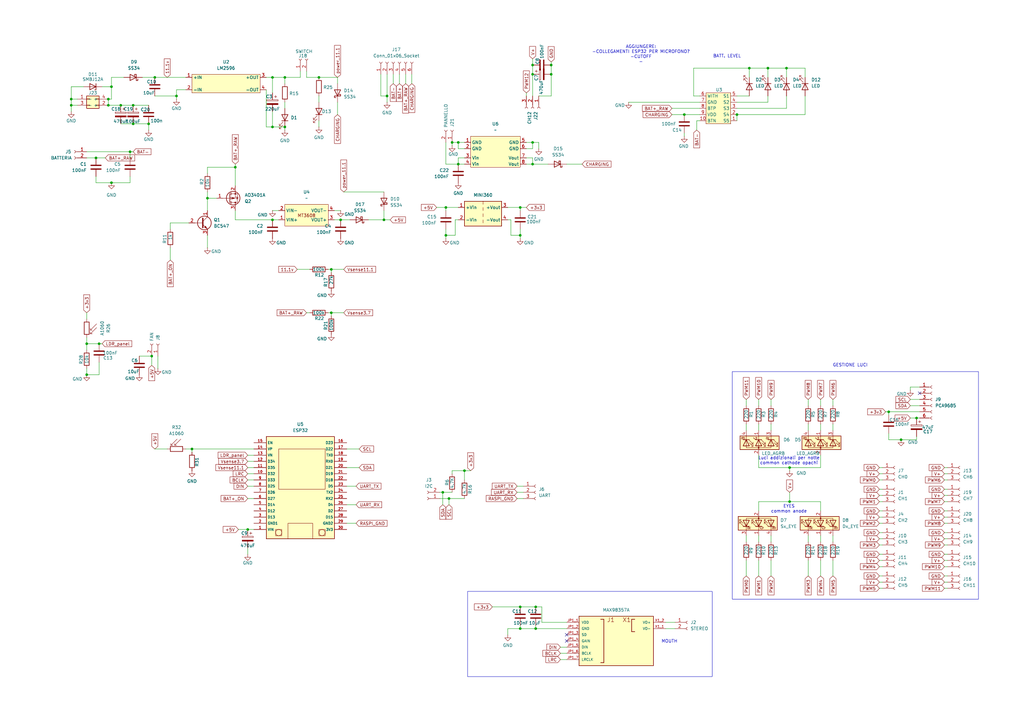
<source format=kicad_sch>
(kicad_sch (version 20250114) (generator "eeschema") (generator_version "9.0")
  (paper "A3")
  (rectangle (start 300.355 152.4) (end 401.32 245.745))
  (rectangle (start 191.77 242.57) (end 292.1 277.495))
  (text "BATT. LEVEL" (at 298.196 23.114 0) (effects (font (size 1.27 1.27))))
  (text "MOUTH" (at 274.574 263.144 0) (effects (font (size 1.27 1.27))))
  (text "GESTIONE LUCI" (at 348.742 149.86 0) (effects (font (size 1.27 1.27))))
  (text "EYES\ncommon anode" (at 323.596 208.788 0) (effects (font (size 1.27 1.27))))
  (text "Luci addizionali per notte\ncommon cathode opachi" (at 323.596 188.976 0) (effects (font (size 1.27 1.27))))
  (text "AGGIUNGERE:\n-COLLEGAMENTI ESP32 PER MICROFONO?\n-CUTOFF\n-" (at 262.89 22.352 0) (effects (font (size 1.27 1.27))))
  (junction (at 29.21 43.18))
  (junction (at 182.88 85.09))
  (junction (at 135.89 128.27))
  (junction (at 72.39 39.37))
  (junction (at 96.52 68.58))
  (junction (at 314.96 27.94))
  (junction (at 226.06 30.48))
  (junction (at 135.89 110.49))
  (junction (at 375.92 171.45))
  (junction (at 280.67 46.99))
  (junction (at 218.44 67.31))
  (junction (at 111.76 52.07))
  (junction (at 29.21 40.64))
  (junction (at 130.81 31.75))
  (junction (at 44.45 43.18))
  (junction (at 181.61 201.93))
  (junction (at 53.34 62.23))
  (junction (at 44.45 40.64))
  (junction (at 187.96 58.42))
  (junction (at 218.44 26.67))
  (junction (at 35.56 140.97))
  (junction (at 226.06 26.67))
  (junction (at 101.6 217.17))
  (junction (at 85.09 81.28))
  (junction (at 213.36 85.09))
  (junction (at 219.71 248.92))
  (junction (at 40.64 140.97))
  (junction (at 369.57 180.34))
  (junction (at 322.58 27.94))
  (junction (at 158.75 39.37))
  (junction (at 302.26 46.99))
  (junction (at 116.84 31.75))
  (junction (at 45.72 35.56))
  (junction (at 218.44 30.48))
  (junction (at 184.15 204.47))
  (junction (at 213.36 96.52))
  (junction (at 111.76 31.75))
  (junction (at 323.85 205.74))
  (junction (at 54.61 43.18))
  (junction (at 187.96 67.31))
  (junction (at 39.37 64.77))
  (junction (at 213.36 248.92))
  (junction (at 62.23 146.05))
  (junction (at 111.76 90.17))
  (junction (at 190.5 193.04))
  (junction (at 45.72 74.93))
  (junction (at 116.84 52.07))
  (junction (at 185.42 58.42))
  (junction (at 54.61 50.8))
  (junction (at 218.44 58.42))
  (junction (at 157.48 90.17))
  (junction (at 182.88 96.52))
  (junction (at 307.34 27.94))
  (junction (at 219.71 257.81))
  (junction (at 49.53 43.18))
  (junction (at 63.5 31.75))
  (junction (at 35.56 153.67))
  (junction (at 364.49 168.91))
  (junction (at 139.7 90.17))
  (junction (at 78.74 184.15))
  (junction (at 60.96 50.8))
  (junction (at 323.85 191.77))
  (junction (at 213.36 257.81))
  (no_connect (at 232.41 260.35))
  (no_connect (at 377.19 161.29))
  (no_connect (at 232.41 262.89))
  (wire (pts (xy 135.89 128.27) (xy 140.97 128.27)))
  (wire (pts (xy 209.55 90.17) (xy 209.55 96.52)))
  (wire (pts (xy 137.16 90.17) (xy 139.7 90.17)))
  (wire (pts (xy 53.34 74.93) (xy 45.72 74.93)))
  (wire (pts (xy 182.88 96.52) (xy 182.88 97.79)))
  (wire (pts (xy 85.09 68.58) (xy 96.52 68.58)))
  (wire (pts (xy 361.95 194.31) (xy 360.68 194.31)))
  (wire (pts (xy 280.67 54.61) (xy 280.67 55.88)))
  (wire (pts (xy 213.36 85.09) (xy 215.9 85.09)))
  (wire (pts (xy 182.88 58.42) (xy 182.88 67.31)))
  (wire (pts (xy 69.85 91.44) (xy 69.85 93.98)))
  (wire (pts (xy 137.16 86.36) (xy 139.7 86.36)))
  (wire (pts (xy 142.24 207.01) (xy 146.05 207.01)))
  (wire (pts (xy 182.88 93.98) (xy 182.88 96.52)))
  (wire (pts (xy 375.92 179.07) (xy 375.92 180.34)))
  (wire (pts (xy 273.05 255.27) (xy 276.86 255.27)))
  (wire (pts (xy 341.63 176.53) (xy 341.63 173.99)))
  (wire (pts (xy 142.24 191.77) (xy 147.32 191.77)))
  (wire (pts (xy 161.29 30.48) (xy 161.29 34.29)))
  (wire (pts (xy 135.89 110.49) (xy 140.97 110.49)))
  (wire (pts (xy 101.6 194.31) (xy 104.14 194.31)))
  (wire (pts (xy 54.61 43.18) (xy 60.96 43.18)))
  (wire (pts (xy 341.63 219.71) (xy 341.63 222.25)))
  (wire (pts (xy 151.13 90.17) (xy 157.48 90.17)))
  (wire (pts (xy 35.56 140.97) (xy 35.56 138.43)))
  (wire (pts (xy 111.76 90.17) (xy 114.3 90.17)))
  (wire (pts (xy 101.6 196.85) (xy 104.14 196.85)))
  (wire (pts (xy 331.47 229.87) (xy 331.47 236.22)))
  (wire (pts (xy 109.22 31.75) (xy 111.76 31.75)))
  (wire (pts (xy 323.85 205.74) (xy 323.85 201.93)))
  (wire (pts (xy 156.21 39.37) (xy 158.75 39.37)))
  (wire (pts (xy 130.81 39.37) (xy 130.81 41.91)))
  (wire (pts (xy 306.07 176.53) (xy 306.07 173.99)))
  (wire (pts (xy 138.43 41.91) (xy 138.43 46.99)))
  (wire (pts (xy 186.69 90.17) (xy 186.69 96.52)))
  (wire (pts (xy 373.38 171.45) (xy 375.92 171.45)))
  (wire (pts (xy 44.45 43.18) (xy 49.53 43.18)))
  (wire (pts (xy 232.41 67.31) (xy 238.76 67.31)))
  (wire (pts (xy 364.49 180.34) (xy 364.49 177.8)))
  (wire (pts (xy 208.28 85.09) (xy 213.36 85.09)))
  (wire (pts (xy 322.58 27.94) (xy 330.2 27.94)))
  (wire (pts (xy 142.24 199.39) (xy 146.05 199.39)))
  (wire (pts (xy 157.48 86.36) (xy 157.48 90.17)))
  (wire (pts (xy 330.2 27.94) (xy 330.2 31.75)))
  (wire (pts (xy 166.37 30.48) (xy 166.37 34.29)))
  (wire (pts (xy 388.62 223.52) (xy 387.35 223.52)))
  (wire (pts (xy 373.38 163.83) (xy 377.19 163.83)))
  (wire (pts (xy 387.35 241.3) (xy 388.62 241.3)))
  (wire (pts (xy 215.9 60.96) (xy 218.44 60.96)))
  (wire (pts (xy 168.91 30.48) (xy 168.91 34.29)))
  (wire (pts (xy 121.92 110.49) (xy 127 110.49)))
  (wire (pts (xy 360.68 218.44) (xy 361.95 218.44)))
  (wire (pts (xy 190.5 193.04) (xy 185.42 193.04)))
  (wire (pts (xy 53.34 72.39) (xy 53.34 74.93)))
  (wire (pts (xy 215.9 67.31) (xy 218.44 67.31)))
  (wire (pts (xy 184.15 204.47) (xy 184.15 207.01)))
  (wire (pts (xy 387.35 232.41) (xy 388.62 232.41)))
  (wire (pts (xy 218.44 39.37) (xy 218.44 30.48)))
  (wire (pts (xy 388.62 209.55) (xy 387.35 209.55)))
  (wire (pts (xy 62.23 146.05) (xy 62.23 149.86)))
  (wire (pts (xy 226.06 30.48) (xy 226.06 39.37)))
  (wire (pts (xy 285.75 49.53) (xy 287.02 49.53)))
  (wire (pts (xy 101.6 199.39) (xy 104.14 199.39)))
  (wire (pts (xy 179.07 85.09) (xy 182.88 85.09)))
  (wire (pts (xy 29.21 40.64) (xy 31.75 40.64)))
  (wire (pts (xy 213.36 86.36) (xy 213.36 85.09)))
  (wire (pts (xy 311.15 205.74) (xy 311.15 209.55)))
  (wire (pts (xy 29.21 35.56) (xy 29.21 40.64)))
  (wire (pts (xy 215.9 39.37) (xy 215.9 38.1)))
  (wire (pts (xy 96.52 86.36) (xy 96.52 90.17)))
  (wire (pts (xy 323.85 191.77) (xy 323.85 193.04)))
  (wire (pts (xy 181.61 201.93) (xy 181.61 207.01)))
  (wire (pts (xy 64.77 146.05) (xy 64.77 151.13)))
  (wire (pts (xy 287.02 39.37) (xy 284.48 39.37)))
  (wire (pts (xy 187.96 90.17) (xy 186.69 90.17)))
  (wire (pts (xy 387.35 238.76) (xy 388.62 238.76)))
  (wire (pts (xy 187.96 60.96) (xy 187.96 58.42)))
  (wire (pts (xy 316.23 176.53) (xy 316.23 173.99)))
  (wire (pts (xy 45.72 40.64) (xy 44.45 40.64)))
  (wire (pts (xy 316.23 219.71) (xy 316.23 222.25)))
  (wire (pts (xy 58.42 31.75) (xy 63.5 31.75)))
  (wire (pts (xy 96.52 90.17) (xy 111.76 90.17)))
  (wire (pts (xy 361.95 212.09) (xy 360.68 212.09)))
  (wire (pts (xy 311.15 205.74) (xy 323.85 205.74)))
  (wire (pts (xy 361.95 196.85) (xy 360.68 196.85)))
  (wire (pts (xy 111.76 86.36) (xy 114.3 86.36)))
  (wire (pts (xy 187.96 64.77) (xy 187.96 67.31)))
  (wire (pts (xy 45.72 31.75) (xy 50.8 31.75)))
  (wire (pts (xy 375.92 171.45) (xy 377.19 171.45)))
  (wire (pts (xy 331.47 219.71) (xy 331.47 222.25)))
  (wire (pts (xy 190.5 60.96) (xy 187.96 60.96)))
  (wire (pts (xy 44.45 40.64) (xy 44.45 43.18)))
  (wire (pts (xy 226.06 25.4) (xy 226.06 26.67)))
  (wire (pts (xy 85.09 78.74) (xy 85.09 81.28)))
  (wire (pts (xy 213.36 257.81) (xy 219.71 257.81)))
  (wire (pts (xy 190.5 64.77) (xy 187.96 64.77)))
  (wire (pts (xy 39.37 64.77) (xy 43.18 64.77)))
  (wire (pts (xy 360.68 241.3) (xy 361.95 241.3)))
  (wire (pts (xy 323.85 205.74) (xy 336.55 205.74)))
  (wire (pts (xy 209.55 96.52) (xy 213.36 96.52)))
  (wire (pts (xy 212.09 204.47) (xy 214.63 204.47)))
  (wire (pts (xy 322.58 27.94) (xy 322.58 31.75)))
  (wire (pts (xy 85.09 96.52) (xy 85.09 101.6)))
  (wire (pts (xy 96.52 67.31) (xy 96.52 68.58)))
  (wire (pts (xy 208.28 90.17) (xy 209.55 90.17)))
  (wire (pts (xy 218.44 64.77) (xy 218.44 67.31)))
  (wire (pts (xy 218.44 60.96) (xy 218.44 58.42)))
  (wire (pts (xy 387.35 194.31) (xy 388.62 194.31)))
  (wire (pts (xy 135.89 110.49) (xy 135.89 111.76)))
  (wire (pts (xy 180.34 201.93) (xy 181.61 201.93)))
  (wire (pts (xy 63.5 31.75) (xy 76.2 31.75)))
  (wire (pts (xy 213.36 248.92) (xy 219.71 248.92)))
  (wire (pts (xy 387.35 227.33) (xy 388.62 227.33)))
  (wire (pts (xy 101.6 186.69) (xy 104.14 186.69)))
  (wire (pts (xy 49.53 50.8) (xy 54.61 50.8)))
  (wire (pts (xy 72.39 39.37) (xy 63.5 39.37)))
  (wire (pts (xy 111.76 52.07) (xy 116.84 52.07)))
  (wire (pts (xy 35.56 64.77) (xy 39.37 64.77)))
  (wire (pts (xy 330.2 39.37) (xy 330.2 46.99)))
  (wire (pts (xy 229.87 267.97) (xy 232.41 267.97)))
  (wire (pts (xy 360.68 238.76) (xy 361.95 238.76)))
  (wire (pts (xy 101.6 189.23) (xy 104.14 189.23)))
  (wire (pts (xy 307.34 27.94) (xy 307.34 31.75)))
  (wire (pts (xy 208.28 257.81) (xy 208.28 260.35)))
  (wire (pts (xy 201.93 248.92) (xy 213.36 248.92)))
  (wire (pts (xy 85.09 81.28) (xy 88.9 81.28)))
  (wire (pts (xy 63.5 184.15) (xy 68.58 184.15)))
  (wire (pts (xy 387.35 236.22) (xy 388.62 236.22)))
  (wire (pts (xy 187.96 67.31) (xy 190.5 67.31)))
  (wire (pts (xy 218.44 67.31) (xy 224.79 67.31)))
  (wire (pts (xy 157.48 90.17) (xy 160.02 90.17)))
  (wire (pts (xy 125.73 31.75) (xy 130.81 31.75)))
  (wire (pts (xy 314.96 27.94) (xy 314.96 31.75)))
  (wire (pts (xy 142.24 184.15) (xy 147.32 184.15)))
  (wire (pts (xy 360.68 232.41) (xy 361.95 232.41)))
  (wire (pts (xy 285.75 53.34) (xy 285.75 49.53)))
  (wire (pts (xy 45.72 35.56) (xy 45.72 40.64)))
  (wire (pts (xy 35.56 140.97) (xy 35.56 143.51)))
  (wire (pts (xy 215.9 64.77) (xy 218.44 64.77)))
  (wire (pts (xy 331.47 176.53) (xy 331.47 173.99)))
  (wire (pts (xy 215.9 58.42) (xy 218.44 58.42)))
  (wire (pts (xy 213.36 96.52) (xy 213.36 97.79)))
  (wire (pts (xy 97.79 217.17) (xy 101.6 217.17)))
  (wire (pts (xy 375.92 180.34) (xy 369.57 180.34)))
  (wire (pts (xy 360.68 205.74) (xy 361.95 205.74)))
  (wire (pts (xy 182.88 85.09) (xy 182.88 86.36)))
  (wire (pts (xy 116.84 41.91) (xy 116.84 44.45)))
  (wire (pts (xy 222.25 248.92) (xy 222.25 255.27)))
  (wire (pts (xy 186.69 96.52) (xy 182.88 96.52)))
  (wire (pts (xy 116.84 31.75) (xy 116.84 34.29)))
  (wire (pts (xy 156.21 30.48) (xy 156.21 39.37)))
  (wire (pts (xy 116.84 31.75) (xy 111.76 31.75)))
  (wire (pts (xy 273.05 257.81) (xy 276.86 257.81)))
  (wire (pts (xy 193.04 193.04) (xy 190.5 193.04)))
  (wire (pts (xy 69.85 101.6) (xy 69.85 106.68)))
  (wire (pts (xy 322.58 39.37) (xy 322.58 44.45)))
  (wire (pts (xy 302.26 46.99) (xy 302.26 49.53)))
  (wire (pts (xy 29.21 43.18) (xy 29.21 45.72)))
  (wire (pts (xy 49.53 43.18) (xy 54.61 43.18)))
  (wire (pts (xy 311.15 229.87) (xy 311.15 236.22)))
  (wire (pts (xy 158.75 39.37) (xy 158.75 41.91)))
  (wire (pts (xy 360.68 223.52) (xy 361.95 223.52)))
  (wire (pts (xy 302.26 39.37) (xy 307.34 39.37)))
  (wire (pts (xy 388.62 218.44) (xy 387.35 218.44)))
  (wire (pts (xy 138.43 31.75) (xy 138.43 34.29)))
  (wire (pts (xy 275.59 46.99) (xy 280.67 46.99)))
  (wire (pts (xy 387.35 229.87) (xy 388.62 229.87)))
  (wire (pts (xy 226.06 39.37) (xy 220.98 39.37)))
  (wire (pts (xy 29.21 43.18) (xy 31.75 43.18)))
  (wire (pts (xy 34.29 35.56) (xy 29.21 35.56)))
  (wire (pts (xy 213.36 93.98) (xy 213.36 96.52)))
  (wire (pts (xy 182.88 85.09) (xy 187.96 85.09)))
  (wire (pts (xy 35.56 128.27) (xy 35.56 130.81)))
  (wire (pts (xy 180.34 204.47) (xy 184.15 204.47)))
  (wire (pts (xy 387.35 191.77) (xy 388.62 191.77)))
  (wire (pts (xy 78.74 184.15) (xy 78.74 185.42)))
  (wire (pts (xy 185.42 58.42) (xy 187.96 58.42)))
  (wire (pts (xy 341.63 229.87) (xy 341.63 236.22)))
  (wire (pts (xy 361.95 209.55) (xy 360.68 209.55)))
  (wire (pts (xy 53.34 62.23) (xy 35.56 62.23)))
  (wire (pts (xy 361.95 214.63) (xy 360.68 214.63)))
  (wire (pts (xy 184.15 204.47) (xy 190.5 204.47)))
  (wire (pts (xy 125.73 128.27) (xy 127 128.27)))
  (wire (pts (xy 306.07 219.71) (xy 306.07 222.25)))
  (wire (pts (xy 212.09 199.39) (xy 214.63 199.39)))
  (wire (pts (xy 373.38 158.75) (xy 377.19 158.75)))
  (wire (pts (xy 323.85 191.77) (xy 311.15 191.77)))
  (wire (pts (xy 314.96 39.37) (xy 314.96 41.91)))
  (wire (pts (xy 388.62 220.98) (xy 387.35 220.98)))
  (wire (pts (xy 45.72 35.56) (xy 45.72 31.75)))
  (wire (pts (xy 135.89 128.27) (xy 134.62 128.27)))
  (wire (pts (xy 57.15 146.05) (xy 62.23 146.05)))
  (wire (pts (xy 314.96 27.94) (xy 322.58 27.94)))
  (wire (pts (xy 109.22 36.83) (xy 109.22 52.07)))
  (wire (pts (xy 219.71 248.92) (xy 222.25 248.92)))
  (wire (pts (xy 116.84 31.75) (xy 123.19 31.75)))
  (wire (pts (xy 130.81 31.75) (xy 138.43 31.75)))
  (wire (pts (xy 226.06 26.67) (xy 226.06 30.48)))
  (wire (pts (xy 360.68 236.22) (xy 361.95 236.22)))
  (wire (pts (xy 39.37 74.93) (xy 45.72 74.93)))
  (wire (pts (xy 53.34 62.23) (xy 53.34 64.77)))
  (wire (pts (xy 322.58 44.45) (xy 302.26 44.45)))
  (wire (pts (xy 135.89 110.49) (xy 134.62 110.49)))
  (wire (pts (xy 336.55 163.83) (xy 336.55 166.37)))
  (wire (pts (xy 373.38 160.02) (xy 373.38 158.75)))
  (wire (pts (xy 219.71 256.54) (xy 219.71 257.81)))
  (wire (pts (xy 336.55 186.69) (xy 336.55 191.77)))
  (wire (pts (xy 212.09 201.93) (xy 214.63 201.93)))
  (wire (pts (xy 208.28 257.81) (xy 213.36 257.81)))
  (wire (pts (xy 182.88 67.31) (xy 187.96 67.31)))
  (wire (pts (xy 330.2 46.99) (xy 302.26 46.99)))
  (wire (pts (xy 29.21 40.64) (xy 29.21 43.18)))
  (wire (pts (xy 361.95 191.77) (xy 360.68 191.77)))
  (wire (pts (xy 78.74 184.15) (xy 104.14 184.15)))
  (wire (pts (xy 341.63 163.83) (xy 341.63 166.37)))
  (wire (pts (xy 311.15 176.53) (xy 311.15 173.99)))
  (wire (pts (xy 41.91 35.56) (xy 45.72 35.56)))
  (wire (pts (xy 96.52 68.58) (xy 96.52 76.2)))
  (wire (pts (xy 361.95 203.2) (xy 360.68 203.2)))
  (wire (pts (xy 363.22 168.91) (xy 364.49 168.91)))
  (wire (pts (xy 369.57 180.34) (xy 364.49 180.34)))
  (wire (pts (xy 142.24 214.63) (xy 146.05 214.63)))
  (wire (pts (xy 311.15 163.83) (xy 311.15 166.37)))
  (wire (pts (xy 40.64 140.97) (xy 35.56 140.97)))
  (wire (pts (xy 388.62 203.2) (xy 387.35 203.2)))
  (wire (pts (xy 220.98 58.42) (xy 220.98 60.96)))
  (wire (pts (xy 331.47 163.83) (xy 331.47 166.37)))
  (wire (pts (xy 360.68 229.87) (xy 361.95 229.87)))
  (wire (pts (xy 284.48 39.37) (xy 284.48 27.94)))
  (wire (pts (xy 388.62 212.09) (xy 387.35 212.09)))
  (wire (pts (xy 163.83 30.48) (xy 163.83 34.29)))
  (wire (pts (xy 218.44 24.13) (xy 218.44 26.67)))
  (wire (pts (xy 336.55 191.77) (xy 323.85 191.77)))
  (wire (pts (xy 139.7 90.17) (xy 143.51 90.17)))
  (wire (pts (xy 360.68 220.98) (xy 361.95 220.98)))
  (wire (pts (xy 190.5 193.04) (xy 190.5 196.85)))
  (wire (pts (xy 387.35 196.85) (xy 388.62 196.85)))
  (wire (pts (xy 158.75 30.48) (xy 158.75 39.37)))
  (wire (pts (xy 222.25 255.27) (xy 232.41 255.27)))
  (wire (pts (xy 135.89 128.27) (xy 135.89 129.54)))
  (wire (pts (xy 190.5 58.42) (xy 187.96 58.42)))
  (wire (pts (xy 123.19 29.21) (xy 123.19 31.75)))
  (wire (pts (xy 41.91 140.97) (xy 40.64 140.97)))
  (wire (pts (xy 185.42 193.04) (xy 185.42 194.31)))
  (wire (pts (xy 111.76 45.72) (xy 111.76 52.07)))
  (wire (pts (xy 257.81 41.91) (xy 287.02 41.91)))
  (wire (pts (xy 218.44 58.42) (xy 220.98 58.42)))
  (wire (pts (xy 109.22 52.07) (xy 111.76 52.07)))
  (wire (pts (xy 219.71 257.81) (xy 232.41 257.81)))
  (wire (pts (xy 364.49 168.91) (xy 364.49 170.18)))
  (wire (pts (xy 101.6 217.17) (xy 104.14 217.17)))
  (wire (pts (xy 306.07 163.83) (xy 306.07 166.37)))
  (wire (pts (xy 181.61 201.93) (xy 185.42 201.93)))
  (wire (pts (xy 307.34 27.94) (xy 314.96 27.94)))
  (wire (pts (xy 101.6 191.77) (xy 104.14 191.77)))
  (wire (pts (xy 54.61 62.23) (xy 53.34 62.23)))
  (wire (pts (xy 314.96 41.91) (xy 302.26 41.91)))
  (wire (pts (xy 306.07 229.87) (xy 306.07 236.22)))
  (wire (pts (xy 130.81 49.53) (xy 130.81 52.07)))
  (wire (pts (xy 78.74 184.15) (xy 76.2 184.15)))
  (wire (pts (xy 85.09 81.28) (xy 85.09 86.36)))
  (wire (pts (xy 336.55 176.53) (xy 336.55 173.99)))
  (wire (pts (xy 72.39 36.83) (xy 72.39 39.37)))
  (wire (pts (xy 275.59 44.45) (xy 287.02 44.45)))
  (wire (pts (xy 125.73 29.21) (xy 125.73 31.75)))
  (wire (pts (xy 40.64 153.67) (xy 35.56 153.67)))
  (wire (pts (xy 72.39 39.37) (xy 72.39 40.64)))
  (wire (pts (xy 76.2 36.83) (xy 72.39 36.83)))
  (wire (pts (xy 316.23 163.83) (xy 316.23 166.37)))
  (wire (pts (xy 185.42 58.42) (xy 185.42 59.69)))
  (wire (pts (xy 77.47 91.44) (xy 69.85 91.44)))
  (wire (pts (xy 280.67 46.99) (xy 287.02 46.99)))
  (wire (pts (xy 316.23 229.87) (xy 316.23 236.22)))
  (wire (pts (xy 85.09 71.12) (xy 85.09 68.58)))
  (wire (pts (xy 116.84 52.07) (xy 116.84 53.34)))
  (wire (pts (xy 360.68 227.33) (xy 361.95 227.33)))
  (wire (pts (xy 373.38 166.37) (xy 377.19 166.37)))
  (wire (pts (xy 218.44 30.48) (xy 218.44 26.67)))
  (wire (pts (xy 388.62 200.66) (xy 387.35 200.66)))
  (wire (pts (xy 60.96 50.8) (xy 60.96 53.34)))
  (wire (pts (xy 101.6 224.79) (xy 101.6 227.33)))
  (wire (pts (xy 213.36 256.54) (xy 213.36 257.81)))
  (wire (pts (xy 111.76 31.75) (xy 111.76 38.1)))
  (wire (pts (xy 229.87 265.43) (xy 232.41 265.43)))
  (wire (pts (xy 311.15 186.69) (xy 311.15 191.77)))
  (wire (pts (xy 35.56 151.13) (xy 35.56 153.67)))
  (wire (pts (xy 364.49 168.91) (xy 377.19 168.91)))
  (wire (pts (xy 101.6 204.47) (xy 104.14 204.47)))
  (wire (pts (xy 361.95 200.66) (xy 360.68 200.66)))
  (wire (pts (xy 336.55 229.87) (xy 336.55 236.22)))
  (wire (pts (xy 336.55 205.74) (xy 336.55 209.55)))
  (wire (pts (xy 229.87 270.51) (xy 232.41 270.51)))
  (wire (pts (xy 284.48 27.94) (xy 307.34 27.94)))
  (wire (pts (xy 40.64 148.59) (xy 40.64 153.67)))
  (wire (pts (xy 39.37 72.39) (xy 39.37 74.93)))
  (wire (pts (xy 54.61 50.8) (xy 60.96 50.8)))
  (wire (pts (xy 387.35 214.63) (xy 388.62 214.63)))
  (wire (pts (xy 388.62 205.74) (xy 387.35 205.74)))
  (wire (pts (xy 311.15 219.71) (xy 311.15 222.25)))
  (wire (pts (xy 336.55 219.71) (xy 336.55 222.25)))
  (wire (pts (xy 140.97 78.74) (xy 157.48 78.74)))
  (global_label "+5V" (shape input) (at 62.23 149.86 270) (property "Intersheetrefs" "${INTERSHEET_REFS}" (effects (hide yes))))
  (global_label "Vsense3.7" (shape input) (at 140.97 128.27 0) (property "Intersheetrefs" "${INTERSHEET_REFS}" (effects (hide yes))))
  (global_label "BAT+_RAW" (shape input) (at 166.37 34.29 270) (property "Intersheetrefs" "${INTERSHEET_REFS}" (effects (hide yes))))
  (global_label "BAT+_RAW" (shape input) (at 125.73 128.27 180) (property "Intersheetrefs" "${INTERSHEET_REFS}" (effects (hide yes))))
  (global_label "V+" (shape input) (at 387.35 220.98 180) (property "Intersheetrefs" "${INTERSHEET_REFS}" (effects (hide yes))))
  (global_label "PWM4" (shape input) (at 336.55 236.22 270) (property "Intersheetrefs" "${INTERSHEET_REFS}" (effects (hide yes))))
  (global_label "BAT+_RAW" (shape input) (at 275.59 44.45 180) (property "Intersheetrefs" "${INTERSHEET_REFS}" (effects (hide yes))))
  (global_label "GND" (shape input) (at 387.35 191.77 180) (property "Intersheetrefs" "${INTERSHEET_REFS}" (effects (hide yes))))
  (global_label "GND" (shape input) (at 387.35 218.44 180) (property "Intersheetrefs" "${INTERSHEET_REFS}" (effects (hide yes))))
  (global_label "BAT+_ON" (shape input) (at 69.85 106.68 270) (property "Intersheetrefs" "${INTERSHEET_REFS}" (effects (hide yes))))
  (global_label "V+" (shape input) (at 360.68 220.98 180) (property "Intersheetrefs" "${INTERSHEET_REFS}" (effects (hide yes))))
  (global_label "V+" (shape input) (at 387.35 194.31 180) (property "Intersheetrefs" "${INTERSHEET_REFS}" (effects (hide yes))))
  (global_label "+3v3" (shape input) (at 35.56 128.27 90) (property "Intersheetrefs" "${INTERSHEET_REFS}" (effects (hide yes))))
  (global_label "V+" (shape input) (at 218.44 24.13 90) (property "Intersheetrefs" "${INTERSHEET_REFS}" (effects (hide yes))))
  (global_label "BAT-" (shape input) (at 54.61 62.23 0) (property "Intersheetrefs" "${INTERSHEET_REFS}" (effects (hide yes))))
  (global_label "BCLK" (shape input) (at 101.6 196.85 180) (property "Intersheetrefs" "${INTERSHEET_REFS}" (effects (hide yes))))
  (global_label "GND" (shape input) (at 387.35 236.22 180) (property "Intersheetrefs" "${INTERSHEET_REFS}" (effects (hide yes))))
  (global_label "SCL" (shape input) (at 184.15 207.01 270) (property "Intersheetrefs" "${INTERSHEET_REFS}" (effects (hide yes))))
  (global_label "CHARGING" (shape input) (at 138.43 46.99 270) (property "Intersheetrefs" "${INTERSHEET_REFS}" (effects (hide yes))))
  (global_label "RASPI_GND" (shape input) (at 212.09 204.47 180) (property "Intersheetrefs" "${INTERSHEET_REFS}" (effects (hide yes))))
  (global_label "RASPI_GND" (shape input) (at 146.05 214.63 0) (property "Intersheetrefs" "${INTERSHEET_REFS}" (effects (hide yes))))
  (global_label "power_11.1" (shape input) (at 140.97 78.74 90) (property "Intersheetrefs" "${INTERSHEET_REFS}" (effects (hide yes))))
  (global_label "UART_TX" (shape input) (at 212.09 199.39 180) (property "Intersheetrefs" "${INTERSHEET_REFS}" (effects (hide yes))))
  (global_label "PWM9" (shape input) (at 387.35 223.52 180) (property "Intersheetrefs" "${INTERSHEET_REFS}" (effects (hide yes))))
  (global_label "PWM9" (shape input) (at 316.23 163.83 90) (property "Intersheetrefs" "${INTERSHEET_REFS}" (effects (hide yes))))
  (global_label "Vsense11.1" (shape input) (at 101.6 191.77 180) (property "Intersheetrefs" "${INTERSHEET_REFS}" (effects (hide yes))))
  (global_label "PWM6" (shape input) (at 341.63 163.83 90) (property "Intersheetrefs" "${INTERSHEET_REFS}" (effects (hide yes))))
  (global_label "BAT-" (shape input) (at 285.75 53.34 270) (property "Intersheetrefs" "${INTERSHEET_REFS}" (effects (hide yes))))
  (global_label "V+" (shape input) (at 360.68 229.87 180) (property "Intersheetrefs" "${INTERSHEET_REFS}" (effects (hide yes))))
  (global_label "+3v3" (shape input) (at 215.9 85.09 0) (property "Intersheetrefs" "${INTERSHEET_REFS}" (effects (hide yes))))
  (global_label "GND" (shape input) (at 360.68 191.77 180) (property "Intersheetrefs" "${INTERSHEET_REFS}" (effects (hide yes))))
  (global_label "SCL" (shape input) (at 373.38 163.83 180) (property "Intersheetrefs" "${INTERSHEET_REFS}" (effects (hide yes))))
  (global_label "BAT-" (shape input) (at 161.29 34.29 270) (property "Intersheetrefs" "${INTERSHEET_REFS}" (effects (hide yes))))
  (global_label "V+" (shape input) (at 387.35 238.76 180) (property "Intersheetrefs" "${INTERSHEET_REFS}" (effects (hide yes))))
  (global_label "LRC" (shape input) (at 229.87 270.51 180) (property "Intersheetrefs" "${INTERSHEET_REFS}" (effects (hide yes))))
  (global_label "+5V" (shape input) (at 160.02 90.17 0) (property "Intersheetrefs" "${INTERSHEET_REFS}" (effects (hide yes))))
  (global_label "V+" (shape input) (at 360.68 194.31 180) (property "Intersheetrefs" "${INTERSHEET_REFS}" (effects (hide yes))))
  (global_label "PWM3" (shape input) (at 360.68 223.52 180) (property "Intersheetrefs" "${INTERSHEET_REFS}" (effects (hide yes))))
  (global_label "BAT+" (shape input) (at 163.83 34.29 270) (property "Intersheetrefs" "${INTERSHEET_REFS}" (effects (hide yes))))
  (global_label "GND" (shape input) (at 360.68 227.33 180) (property "Intersheetrefs" "${INTERSHEET_REFS}" (effects (hide yes))))
  (global_label "PWM1" (shape input) (at 360.68 205.74 180) (property "Intersheetrefs" "${INTERSHEET_REFS}" (effects (hide yes))))
  (global_label "PWM11" (shape input) (at 306.07 163.83 90) (property "Intersheetrefs" "${INTERSHEET_REFS}" (effects (hide yes))))
  (global_label "GND" (shape input) (at 360.68 218.44 180) (property "Intersheetrefs" "${INTERSHEET_REFS}" (effects (hide yes))))
  (global_label "CHARGING" (shape input) (at 238.76 67.31 0) (property "Intersheetrefs" "${INTERSHEET_REFS}" (effects (hide yes))))
  (global_label "PWM3" (shape input) (at 331.47 236.22 270) (property "Intersheetrefs" "${INTERSHEET_REFS}" (effects (hide yes))))
  (global_label "Vsense3.7" (shape input) (at 101.6 189.23 180) (property "Intersheetrefs" "${INTERSHEET_REFS}" (effects (hide yes))))
  (global_label "BAT+_RAW" (shape input) (at 43.18 64.77 0) (property "Intersheetrefs" "${INTERSHEET_REFS}" (effects (hide yes))))
  (global_label "+3v3" (shape input) (at 201.93 248.92 180) (property "Intersheetrefs" "${INTERSHEET_REFS}" (effects (hide yes))))
  (global_label "UART_RX" (shape input) (at 212.09 201.93 180) (property "Intersheetrefs" "${INTERSHEET_REFS}" (effects (hide yes))))
  (global_label "11.1v" (shape input) (at 68.58 31.75 90) (property "Intersheetrefs" "${INTERSHEET_REFS}" (effects (hide yes))))
  (global_label "Vsense11.1" (shape input) (at 140.97 110.49 0) (property "Intersheetrefs" "${INTERSHEET_REFS}" (effects (hide yes))))
  (global_label "GND" (shape input) (at 226.06 25.4 90) (property "Intersheetrefs" "${INTERSHEET_REFS}" (effects (hide yes))))
  (global_label "PWM7" (shape input) (at 336.55 163.83 90) (property "Intersheetrefs" "${INTERSHEET_REFS}" (effects (hide yes))))
  (global_label "11.1v" (shape input) (at 121.92 110.49 180) (property "Intersheetrefs" "${INTERSHEET_REFS}" (effects (hide yes))))
  (global_label "CHARGING" (shape input) (at 275.59 46.99 180) (property "Intersheetrefs" "${INTERSHEET_REFS}" (effects (hide yes))))
  (global_label "V+" (shape input) (at 387.35 212.09 180) (property "Intersheetrefs" "${INTERSHEET_REFS}" (effects (hide yes))))
  (global_label "PWM8" (shape input) (at 387.35 214.63 180) (property "Intersheetrefs" "${INTERSHEET_REFS}" (effects (hide yes))))
  (global_label "PWM1" (shape input) (at 311.15 236.22 270) (property "Intersheetrefs" "${INTERSHEET_REFS}" (effects (hide yes))))
  (global_label "PWM0" (shape input) (at 360.68 196.85 180) (property "Intersheetrefs" "${INTERSHEET_REFS}" (effects (hide yes))))
  (global_label "PWM10" (shape input) (at 387.35 232.41 180) (property "Intersheetrefs" "${INTERSHEET_REFS}" (effects (hide yes))))
  (global_label "GND" (shape input) (at 360.68 200.66 180) (property "Intersheetrefs" "${INTERSHEET_REFS}" (effects (hide yes))))
  (global_label "PWM12" (shape input) (at 215.9 38.1 90) (property "Intersheetrefs" "${INTERSHEET_REFS}" (effects (hide yes))))
  (global_label "BCLK" (shape input) (at 229.87 267.97 180) (property "Intersheetrefs" "${INTERSHEET_REFS}" (effects (hide yes))))
  (global_label "GND" (shape input) (at 387.35 209.55 180) (property "Intersheetrefs" "${INTERSHEET_REFS}" (effects (hide yes))))
  (global_label "PWM5" (shape input) (at 341.63 236.22 270) (property "Intersheetrefs" "${INTERSHEET_REFS}" (effects (hide yes))))
  (global_label "V+" (shape input) (at 387.35 203.2 180) (property "Intersheetrefs" "${INTERSHEET_REFS}" (effects (hide yes))))
  (global_label "SCL" (shape input) (at 147.32 184.15 0) (property "Intersheetrefs" "${INTERSHEET_REFS}" (effects (hide yes))))
  (global_label "DIN" (shape input) (at 229.87 265.43 180) (property "Intersheetrefs" "${INTERSHEET_REFS}" (effects (hide yes))))
  (global_label "+5V" (shape input) (at 97.79 217.17 180) (property "Intersheetrefs" "${INTERSHEET_REFS}" (effects (hide yes))))
  (global_label "V+" (shape input) (at 360.68 212.09 180) (property "Intersheetrefs" "${INTERSHEET_REFS}" (effects (hide yes))))
  (global_label "LDR_panel" (shape input) (at 101.6 186.69 180) (property "Intersheetrefs" "${INTERSHEET_REFS}" (effects (hide yes))))
  (global_label "PWM11" (shape input) (at 387.35 241.3 180) (property "Intersheetrefs" "${INTERSHEET_REFS}" (effects (hide yes))))
  (global_label "LDR_panel" (shape input) (at 41.91 140.97 0) (property "Intersheetrefs" "${INTERSHEET_REFS}" (effects (hide yes))))
  (global_label "DIN" (shape input) (at 101.6 199.39 180) (property "Intersheetrefs" "${INTERSHEET_REFS}" (effects (hide yes))))
  (global_label "UART_RX" (shape input) (at 146.05 207.01 0) (property "Intersheetrefs" "${INTERSHEET_REFS}" (effects (hide yes))))
  (global_label "+3v3" (shape input) (at 193.04 193.04 90) (property "Intersheetrefs" "${INTERSHEET_REFS}" (effects (hide yes))))
  (global_label "PWM6" (shape input) (at 387.35 196.85 180) (property "Intersheetrefs" "${INTERSHEET_REFS}" (effects (hide yes))))
  (global_label "PWM7" (shape input) (at 387.35 205.74 180) (property "Intersheetrefs" "${INTERSHEET_REFS}" (effects (hide yes))))
  (global_label "PWM0" (shape input) (at 306.07 236.22 270) (property "Intersheetrefs" "${INTERSHEET_REFS}" (effects (hide yes))))
  (global_label "GND" (shape input) (at 387.35 227.33 180) (property "Intersheetrefs" "${INTERSHEET_REFS}" (effects (hide yes))))
  (global_label "V+" (shape input) (at 360.68 238.76 180) (property "Intersheetrefs" "${INTERSHEET_REFS}" (effects (hide yes))))
  (global_label "GND" (shape input) (at 360.68 236.22 180) (property "Intersheetrefs" "${INTERSHEET_REFS}" (effects (hide yes))))
  (global_label "PWM2" (shape input) (at 316.23 236.22 270) (property "Intersheetrefs" "${INTERSHEET_REFS}" (effects (hide yes))))
  (global_label "V+" (shape input) (at 360.68 203.2 180) (property "Intersheetrefs" "${INTERSHEET_REFS}" (effects (hide yes))))
  (global_label "GND" (shape input) (at 360.68 209.55 180) (property "Intersheetrefs" "${INTERSHEET_REFS}" (effects (hide yes))))
  (global_label "BAT+_ON" (shape input) (at 101.6 204.47 180) (property "Intersheetrefs" "${INTERSHEET_REFS}" (effects (hide yes))))
  (global_label "SDA" (shape input) (at 373.38 166.37 180) (property "Intersheetrefs" "${INTERSHEET_REFS}" (effects (hide yes))))
  (global_label "V+" (shape input) (at 387.35 229.87 180) (property "Intersheetrefs" "${INTERSHEET_REFS}" (effects (hide yes))))
  (global_label "+5V" (shape input) (at 179.07 85.09 180) (property "Intersheetrefs" "${INTERSHEET_REFS}" (effects (hide yes))))
  (global_label "+3v3" (shape input) (at 363.22 168.91 180) (property "Intersheetrefs" "${INTERSHEET_REFS}" (effects (hide yes))))
  (global_label "SDA" (shape input) (at 147.32 191.77 0) (property "Intersheetrefs" "${INTERSHEET_REFS}" (effects (hide yes))))
  (global_label "PWM2" (shape input) (at 360.68 214.63 180) (property "Intersheetrefs" "${INTERSHEET_REFS}" (effects (hide yes))))
  (global_label "SDA" (shape input) (at 181.61 207.01 270) (property "Intersheetrefs" "${INTERSHEET_REFS}" (effects (hide yes))))
  (global_label "PWM5" (shape input) (at 360.68 241.3 180) (property "Intersheetrefs" "${INTERSHEET_REFS}" (effects (hide yes))))
  (global_label "CHARGING" (shape input) (at 168.91 34.29 270) (property "Intersheetrefs" "${INTERSHEET_REFS}" (effects (hide yes))))
  (global_label "BAT+_RAW" (shape input) (at 96.52 67.31 90) (property "Intersheetrefs" "${INTERSHEET_REFS}" (effects (hide yes))))
  (global_label "PWM8" (shape input) (at 331.47 163.83 90) (property "Intersheetrefs" "${INTERSHEET_REFS}" (effects (hide yes))))
  (global_label "+5V" (shape input) (at 373.38 171.45 180) (property "Intersheetrefs" "${INTERSHEET_REFS}" (effects (hide yes))))
  (global_label "PWM4" (shape input) (at 360.68 232.41 180) (property "Intersheetrefs" "${INTERSHEET_REFS}" (effects (hide yes))))
  (global_label "+5V" (shape input) (at 63.5 184.15 90) (property "Intersheetrefs" "${INTERSHEET_REFS}" (effects (hide yes))))
  (global_label "PWM10" (shape input) (at 311.15 163.83 90) (property "Intersheetrefs" "${INTERSHEET_REFS}" (effects (hide yes))))
  (global_label "LRC" (shape input) (at 101.6 194.31 180) (property "Intersheetrefs" "${INTERSHEET_REFS}" (effects (hide yes))))
  (global_label "GND" (shape input) (at 387.35 200.66 180) (property "Intersheetrefs" "${INTERSHEET_REFS}" (effects (hide yes))))
  (global_label "power_11.1" (shape input) (at 138.43 31.75 90) (property "Intersheetrefs" "${INTERSHEET_REFS}" (effects (hide yes))))
  (global_label "V+" (shape input) (at 323.85 201.93 90) (property "Intersheetrefs" "${INTERSHEET_REFS}" (effects (hide yes))))
  (global_label "UART_TX" (shape input) (at 146.05 199.39 0) (property "Intersheetrefs" "${INTERSHEET_REFS}" (effects (hide yes))))
  (symbol (lib_id "Device:C") (at 213.36 252.73 0) (unit 1)
    (property "Reference" "C11" (at 210.058 250.698 0) (effects (justify left)))
    (property "Value" "100nF" (at 210.566 255.524 0) (effects (justify left)))
    (property "Footprint" "Capacitor_THT:C_Disc_D4.3mm_W1.9mm_P5.00mm" (effects (hide yes)))
    (property "Description" "Unpolarized capacitor" (effects (hide yes)))
  )
  (symbol (lib_id "Device:C_Polarized") (at 111.76 41.91 0) (mirror y) (unit 1)
    (property "Reference" "C3" (at 111.76 39.624 0) (effects (justify left)))
    (property "Value" "220uF" (at 114.808 44.704 0) (effects (justify left)))
    (property "Footprint" "Capacitor_THT:CP_Radial_D5.0mm_P2.00mm" (effects (hide yes)))
    (property "Description" "Polarized capacitor" (effects (hide yes)))
  )
  (symbol (lib_id "Connector:Conn_01x02_Socket") (at 185.42 53.34 270) (mirror x) (unit 1)
    (property "Reference" "J21" (at 185.4201 52.07 0) (effects (justify left)))
    (property "Value" "PANNELLO" (at 182.88 52.324 0) (effects (justify left)))
    (property "Footprint" "Connector_Molex:Molex_KK-254_AE-6410-02A_1x02_P2.54mm_Vertical" (effects (hide yes)))
    (property "Description" "Generic connector, single row, 01x02, script generated" (effects (hide yes)))
  )
  (symbol (lib_id "Device:R") (at 130.81 35.56 0) (mirror x) (unit 1)
    (property "Reference" "R25" (at 132.588 35.814 0) (effects (justify left)))
    (property "Value" "470" (effects (hide yes)))
    (property "Footprint" "Resistor_THT:R_Axial_DIN0204_L3.6mm_D1.6mm_P5.08mm_Horizontal" (effects (hide yes)))
    (property "Description" "Resistor" (effects (hide yes)))
  )
  (symbol (lib_id "Device:C") (at 182.88 90.17 0) (mirror y) (unit 1)
    (property "Reference" "C15" (at 179.07 88.8999 0) (effects (justify left)))
    (property "Value" "100nF" (at 179.07 91.4399 0) (effects (justify left)))
    (property "Footprint" "Capacitor_THT:C_Disc_D4.3mm_W1.9mm_P5.00mm" (effects (hide yes)))
    (property "Description" "Unpolarized capacitor" (effects (hide yes)))
  )
  (symbol (lib_id "Connector:Conn_01x06_Socket") (at 161.29 25.4 90) (unit 1)
    (property "Reference" "J17" (at 162.56 20.32 90))
    (property "Value" "Conn_01x06_Socket" (at 162.56 22.86 90))
    (property "Footprint" "Connector_Molex:Molex_KK-254_AE-6410-06A_1x06_P2.54mm_Vertical" (effects (hide yes)))
    (property "Description" "Generic connector, single row, 01x06, script generated" (effects (hide yes)))
  )
  (symbol (lib_id "Device:R") (at 135.89 133.35 0) (mirror x) (unit 1)
    (property "Reference" "R21" (at 133.604 131.572 90) (effects (justify left)))
    (property "Value" "100k" (at 135.89 130.81 90) (effects (justify left)))
    (property "Footprint" "Resistor_THT:R_Axial_DIN0204_L3.6mm_D1.6mm_P5.08mm_Horizontal" (effects (hide yes)))
    (property "Description" "Resistor" (effects (hide yes)))
  )
  (symbol (lib_id "Device:LED") (at 116.84 48.26 270) (mirror x) (unit 1)
    (property "Reference" "D1" (at 121.92 48.26 90) (effects (justify right)))
    (property "Value" "LED" (effects (hide yes)))
    (property "Footprint" "LED_THT:LED_D4.0mm" (effects (hide yes)))
    (property "Description" "Light emitting diode" (effects (hide yes)))
    (property "Sim.Pins" "1=K 2=A" (effects (hide yes)))
  )
  (symbol (lib_id "Device:C") (at 63.5 35.56 0) (unit 1)
    (property "Reference" "C10" (at 60.198 33.528 0) (effects (justify left)))
    (property "Value" "10uF" (at 58.674 38.1 0) (effects (justify left)))
    (property "Footprint" "Capacitor_THT:C_Disc_D4.3mm_W1.9mm_P5.00mm" (effects (hide yes)))
    (property "Description" "Unpolarized capacitor" (effects (hide yes)))
  )
  (symbol (lib_id "Connector:Conn_01x03_Socket") (at 393.7 203.2 0) (unit 1)
    (property "Reference" "J19" (at 394.97 201.9299 0) (effects (justify left)))
    (property "Value" "CH7" (at 394.97 204.4699 0) (effects (justify left)))
    (property "Footprint" "Connector_PinSocket_2.54mm:PinSocket_1x03_P2.54mm_Vertical" (effects (hide yes)))
    (property "Description" "Generic connector, single row, 01x03, script generated" (effects (hide yes)))
  )
  (symbol (lib_name "LED_AGRB_1") (lib_id "Device:LED_AGRB") (at 336.55 181.61 270) (unit 1)
    (property "Reference" "D5" (at 325.882 180.34 90) (effects (justify left)))
    (property "Value" "LED_AGRB" (at 326.644 185.928 90) (effects (justify left)))
    (property "Footprint" "LED_THT:LED_D5.0mm-4_RGB_Wide_Pins" (effects (hide yes)))
    (property "Description" "RGB LED, anode/green/red/blue" (effects (hide yes)))
  )
  (symbol (lib_id "Connector:Conn_01x02_Socket") (at 123.19 24.13 90) (unit 1)
    (property "Reference" "J18" (at 122.428 22.86 90) (effects (justify right)))
    (property "Value" "SWITCH" (at 121.158 21.082 90) (effects (justify right)))
    (property "Footprint" "Connector_PinHeader_2.54mm:PinHeader_1x02_P2.54mm_Vertical" (effects (hide yes)))
    (property "Description" "Generic connector, single row, 01x02, script generated" (effects (hide yes)))
  )
  (symbol (lib_id "Diode:SS34") (at 138.43 38.1 90) (unit 1)
    (property "Reference" "D14" (at 140.97 37.1474 90) (effects (justify right)))
    (property "Value" "SS34" (at 140.97 39.6874 90) (effects (justify right)))
    (property "Footprint" "Diode_SMD:D_SMA_Handsoldering" (effects (hide yes)))
    (property "Datasheet" "https://www.vishay.com/docs/88751/ss32.pdf" (effects (hide yes)))
    (property "Description" "40V 3A Schottky Diode, SMA" (effects (hide yes)))
  )
  (symbol (lib_id "Connector:Conn_01x06_Socket") (at 382.27 163.83 0) (unit 1)
    (property "Reference" "J9" (at 383.54 163.8299 0) (effects (justify left)))
    (property "Value" "PCA9685" (at 383.54 166.3699 0) (effects (justify left)))
    (property "Footprint" "Connector_PinHeader_2.54mm:PinHeader_1x06_P2.54mm_Vertical" (effects (hide yes)))
    (property "Description" "Generic connector, single row, 01x06, script generated" (effects (hide yes)))
  )
  (symbol (lib_id "Device:R") (at 135.89 115.57 0) (mirror x) (unit 1)
    (property "Reference" "R17" (at 133.604 113.792 90) (effects (justify left)))
    (property "Value" "27k" (at 135.89 113.03 90) (effects (justify left)))
    (property "Footprint" "Resistor_THT:R_Axial_DIN0204_L3.6mm_D1.6mm_P5.08mm_Horizontal" (effects (hide yes)))
    (property "Description" "Resistor" (effects (hide yes)))
  )
  (symbol (lib_id "Device:LED") (at 130.81 45.72 270) (mirror x) (unit 1)
    (property "Reference" "D13" (at 135.89 45.72 90) (effects (justify right)))
    (property "Value" "LED" (effects (hide yes)))
    (property "Footprint" "LED_THT:LED_D4.0mm" (effects (hide yes)))
    (property "Description" "Light emitting diode" (effects (hide yes)))
    (property "Sim.Pins" "1=K 2=A" (effects (hide yes)))
  )
  (symbol (lib_id "Device:R") (at 85.09 74.93 0) (mirror x) (unit 1)
    (property "Reference" "R2" (at 82.804 73.152 90) (effects (justify left)))
    (property "Value" "10k" (at 85.09 73.152 90) (effects (justify left)))
    (property "Footprint" "Resistor_THT:R_Axial_DIN0204_L3.6mm_D1.6mm_P5.08mm_Horizontal" (effects (hide yes)))
    (property "Description" "Resistor" (effects (hide yes)))
  )
  (symbol (lib_id "power:GND") (at 373.38 160.02 0) (unit 1)
    (property "Reference" "#PWR014" (effects (hide yes)))
    (property "Value" "GND" (at 369.824 161.544 0))
    (property "Description" "Power symbol creates a global label with name \"GND\" , ground" (effects (hide yes)))
  )
  (symbol (lib_id "Diode:SS34") (at 157.48 82.55 90) (unit 1)
    (property "Reference" "D10" (at 160.02 81.5974 90) (effects (justify right)))
    (property "Value" "SS34" (at 160.02 84.1374 90) (effects (justify right)))
    (property "Footprint" "Diode_SMD:D_SMA_Handsoldering" (effects (hide yes)))
    (property "Datasheet" "https://www.vishay.com/docs/88751/ss32.pdf" (effects (hide yes)))
    (property "Description" "40V 3A Schottky Diode, SMA" (effects (hide yes)))
  )
  (symbol (lib_id "power:GND") (at 116.84 53.34 0) (unit 1)
    (property "Reference" "#PWR011" (effects (hide yes)))
    (property "Value" "GND" (at 116.84 57.658 0))
    (property "Description" "Power symbol creates a global label with name \"GND\" , ground" (effects (hide yes)))
  )
  (symbol (lib_id "Sensor_Optical:A1060") (at 72.39 184.15 270) (unit 1)
    (property "Reference" "R32" (at 72.39 175.26 90))
    (property "Value" "A1060" (at 72.39 177.8 90))
    (property "Footprint" "OptoDevice:R_LDR_D6.4mm_P3.4mm_Vertical" (effects (hide yes)))
    (property "Datasheet" "http://cdn-reichelt.de/documents/datenblatt/A500/A106012.pdf" (effects (hide yes)))
    (property "Description" "light dependent resistor" (effects (hide yes)))
  )
  (symbol (lib_id "power:GND") (at 369.57 180.34 0) (unit 1)
    (property "Reference" "#PWR027" (effects (hide yes)))
    (property "Value" "GND" (at 374.396 181.356 0))
    (property "Description" "Power symbol creates a global label with name \"GND\" , ground" (effects (hide yes)))
  )
  (symbol (lib_id "power:GND") (at 158.75 41.91 0) (unit 1)
    (property "Reference" "#PWR023" (effects (hide yes)))
    (property "Value" "GND" (at 158.75 46.228 0))
    (property "Description" "Power symbol creates a global label with name \"GND\" , ground" (effects (hide yes)))
  )
  (symbol (lib_id "Device:R") (at 331.47 170.18 0) (unit 1)
    (property "Reference" "R5" (at 333.502 169.926 90))
    (property "Value" "220" (at 331.47 169.926 90))
    (property "Footprint" "Resistor_THT:R_Axial_DIN0204_L3.6mm_D1.6mm_P5.08mm_Horizontal" (effects (hide yes)))
    (property "Description" "Resistor" (effects (hide yes)))
  )
  (symbol (lib_id "Connector:Conn_01x03_Socket") (at 393.7 220.98 0) (unit 1)
    (property "Reference" "J14" (at 394.97 219.7099 0) (effects (justify left)))
    (property "Value" "CH9" (at 394.97 222.2499 0) (effects (justify left)))
    (property "Footprint" "Connector_PinSocket_2.54mm:PinSocket_1x03_P2.54mm_Vertical" (effects (hide yes)))
    (property "Description" "Generic connector, single row, 01x03, script generated" (effects (hide yes)))
  )
  (symbol (lib_id "power:GND") (at 182.88 97.79 0) (mirror y) (unit 1)
    (property "Reference" "#PWR025" (effects (hide yes)))
    (property "Value" "GND" (at 186.436 99.568 0))
    (property "Description" "Power symbol creates a global label with name \"GND\" , ground" (effects (hide yes)))
  )
  (symbol (lib_id "power:GND") (at 35.56 153.67 0) (unit 1)
    (property "Reference" "#PWR09" (effects (hide yes)))
    (property "Value" "GND" (at 31.75 155.448 0))
    (property "Description" "Power symbol creates a global label with name \"GND\" , ground" (effects (hide yes)))
  )
  (symbol (lib_id "Device:C_Polarized") (at 49.53 46.99 0) (mirror y) (unit 1)
    (property "Reference" "C18" (at 49.53 44.704 0) (effects (justify left)))
    (property "Value" "470uF" (at 52.578 49.784 0) (effects (justify left)))
    (property "Footprint" "Capacitor_THT:CP_Radial_D5.0mm_P2.00mm" (effects (hide yes)))
    (property "Description" "Polarized capacitor" (effects (hide yes)))
  )
  (symbol (lib_id "Diode:Z2SMBxxx") (at 38.1 35.56 180) (unit 1)
    (property "Reference" "D11" (at 38.1 30.48 0))
    (property "Value" "SMBJ12A" (at 38.1 32.512 0))
    (property "Footprint" "Diode_SMD:D_SMB_Handsoldering" (effects (hide yes)))
    (property "Datasheet" "https://diotec.com/tl_files/diotec/files/pdf/datasheets/z2smb1.pdf" (effects (hide yes)))
    (property "Description" "2000mW Zener Diode, SMB(DO-214AA)" (effects (hide yes)))
  )
  (symbol (lib_id "Connector:Conn_01x02_Socket") (at 30.48 62.23 0) (mirror y) (unit 1)
    (property "Reference" "J5" (at 29.21 62.2299 0) (effects (justify left)))
    (property "Value" "BATTERIA" (at 29.464 64.77 0) (effects (justify left)))
    (property "Footprint" "Connector_Molex:Molex_KK-254_AE-6410-02A_1x02_P2.54mm_Vertical" (effects (hide yes)))
    (property "Description" "Generic connector, single row, 01x02, script generated" (effects (hide yes)))
  )
  (symbol (lib_id "Device:C") (at 139.7 93.98 0) (mirror y) (unit 1)
    (property "Reference" "C4" (at 135.89 92.7099 0) (effects (justify left)))
    (property "Value" "100nF" (at 135.89 95.2499 0) (effects (justify left)))
    (property "Footprint" "Capacitor_THT:C_Disc_D4.3mm_W1.9mm_P5.00mm" (effects (hide yes)))
    (property "Description" "Unpolarized capacitor" (effects (hide yes)))
  )
  (symbol (lib_id "Device:R") (at 190.5 200.66 0) (unit 1)
    (property "Reference" "R16" (at 192.786 200.66 90))
    (property "Value" "4.7K" (at 190.5 200.406 90))
    (property "Footprint" "Resistor_THT:R_Axial_DIN0204_L3.6mm_D1.6mm_P5.08mm_Horizontal" (effects (hide yes)))
    (property "Description" "Resistor" (effects (hide yes)))
  )
  (symbol (lib_id "Transistor_FET:AO3401A") (at 93.98 81.28 0) (mirror x) (unit 1)
    (property "Reference" "Q2" (at 100.33 82.5501 0) (effects (justify left)))
    (property "Value" "AO3401A" (at 100.33 80.0101 0) (effects (justify left)))
    (property "Footprint" "Package_TO_SOT_SMD:SOT-23W_Handsoldering" (effects (hide yes)))
    (property "Datasheet" "http://www.aosmd.com/pdfs/datasheet/AO3401A.pdf" (effects (hide yes)))
    (property "Description" "-4.0A Id, -30V Vds, P-Channel MOSFET, SOT-23" (effects (hide yes)))
  )
  (symbol (lib_id "Device:C") (at 39.37 68.58 0) (mirror y) (unit 1)
    (property "Reference" "C1" (at 35.56 67.3099 0) (effects (justify left)))
    (property "Value" "100nF" (at 35.56 69.8499 0) (effects (justify left)))
    (property "Footprint" "Capacitor_THT:C_Disc_D4.3mm_W1.9mm_P5.00mm" (effects (hide yes)))
    (property "Description" "Unpolarized capacitor" (effects (hide yes)))
  )
  (symbol (lib_id "Device:R") (at 316.23 170.18 0) (unit 1)
    (property "Reference" "R4" (at 318.262 169.926 90))
    (property "Value" "220" (at 316.23 169.926 90))
    (property "Footprint" "Resistor_THT:R_Axial_DIN0204_L3.6mm_D1.6mm_P5.08mm_Horizontal" (effects (hide yes)))
    (property "Description" "Resistor" (effects (hide yes)))
  )
  (symbol (lib_id "Device:C") (at 222.25 26.67 90) (unit 1)
    (property "Reference" "C8" (at 220.472 26.416 0) (effects (justify left)))
    (property "Value" "100nF" (at 222.25 24.13 0) (effects (justify left)))
    (property "Footprint" "Capacitor_THT:C_Disc_D4.3mm_W1.9mm_P5.00mm" (effects (hide yes)))
    (property "Description" "Unpolarized capacitor" (effects (hide yes)))
  )
  (symbol (lib_id "power:GND") (at 208.28 260.35 0) (unit 1)
    (property "Reference" "#PWR01" (effects (hide yes)))
    (property "Value" "GND" (at 208.28 264.668 0))
    (property "Description" "Power symbol creates a global label with name \"GND\" , ground" (effects (hide yes)))
  )
  (symbol (lib_id "Connector:Conn_01x03_Socket") (at 393.7 229.87 0) (unit 1)
    (property "Reference" "J15" (at 394.97 228.5999 0) (effects (justify left)))
    (property "Value" "CH10" (at 394.97 231.1399 0) (effects (justify left)))
    (property "Footprint" "Connector_PinSocket_2.54mm:PinSocket_1x03_P2.54mm_Vertical" (effects (hide yes)))
    (property "Description" "Generic connector, single row, 01x03, script generated" (effects (hide yes)))
  )
  (symbol (lib_id "Device:R") (at 316.23 226.06 0) (unit 1)
    (property "Reference" "R13" (at 318.262 225.806 90))
    (property "Value" "220" (at 316.23 225.806 90))
    (property "Footprint" "Resistor_THT:R_Axial_DIN0204_L3.6mm_D1.6mm_P5.08mm_Horizontal" (effects (hide yes)))
    (property "Description" "Resistor" (effects (hide yes)))
  )
  (symbol (lib_id "Device:R") (at 130.81 128.27 270) (mirror x) (unit 1)
    (property "Reference" "R22" (at 129.032 130.556 90) (effects (justify left)))
    (property "Value" "100k" (at 128.27 128.27 90) (effects (justify left)))
    (property "Footprint" "Resistor_THT:R_Axial_DIN0204_L3.6mm_D1.6mm_P5.08mm_Horizontal" (effects (hide yes)))
    (property "Description" "Resistor" (effects (hide yes)))
  )
  (symbol (lib_id "Device:C_Polarized") (at 54.61 46.99 0) (mirror y) (unit 1)
    (property "Reference" "C19" (at 54.61 44.704 0) (effects (justify left)))
    (property "Value" "100uF" (at 57.658 49.784 0) (effects (justify left)))
    (property "Footprint" "Capacitor_THT:CP_Radial_D5.0mm_P2.00mm" (effects (hide yes)))
    (property "Description" "Polarized capacitor" (effects (hide yes)))
  )
  (symbol (lib_id "Connector:Conn_01x03_Socket") (at 367.03 194.31 0) (unit 1)
    (property "Reference" "J7" (at 368.3 193.0399 0) (effects (justify left)))
    (property "Value" "CH0" (at 368.3 195.5799 0) (effects (justify left)))
    (property "Footprint" "Connector_PinSocket_2.54mm:PinSocket_1x03_P2.54mm_Vertical" (effects (hide yes)))
    (property "Description" "Generic connector, single row, 01x03, script generated" (effects (hide yes)))
  )
  (symbol (lib_id "power:GND") (at 45.72 74.93 0) (mirror y) (unit 1)
    (property "Reference" "#PWR03" (effects (hide yes)))
    (property "Value" "GND" (at 45.72 80.01 0))
    (property "Description" "Power symbol creates a global label with name \"GND\" , ground" (effects (hide yes)))
  )
  (symbol (lib_id "Connector:Conn_01x03_Socket") (at 393.7 212.09 0) (unit 1)
    (property "Reference" "J20" (at 394.97 210.8199 0) (effects (justify left)))
    (property "Value" "CH8" (at 394.97 213.3599 0) (effects (justify left)))
    (property "Footprint" "Connector_PinSocket_2.54mm:PinSocket_1x03_P2.54mm_Vertical" (effects (hide yes)))
    (property "Description" "Generic connector, single row, 01x03, script generated" (effects (hide yes)))
  )
  (symbol (lib_id "power:GND") (at 185.42 59.69 0) (mirror y) (unit 1)
    (property "Reference" "#PWR05" (effects (hide yes)))
    (property "Value" "GND" (at 185.928 63.246 0))
    (property "Description" "Power symbol creates a global label with name \"GND\" , ground" (effects (hide yes)))
  )
  (symbol (lib_id "Device:C") (at 111.76 93.98 0) (mirror y) (unit 1)
    (property "Reference" "C2" (at 107.95 92.7099 0) (effects (justify left)))
    (property "Value" "100nF" (at 107.95 95.2499 0) (effects (justify left)))
    (property "Footprint" "Capacitor_THT:C_Disc_D4.3mm_W1.9mm_P5.00mm" (effects (hide yes)))
    (property "Description" "Unpolarized capacitor" (effects (hide yes)))
  )
  (symbol (lib_id "Device:R") (at 341.63 170.18 0) (unit 1)
    (property "Reference" "R8" (at 343.662 169.926 90))
    (property "Value" "220" (at 341.63 169.926 90))
    (property "Footprint" "Resistor_THT:R_Axial_DIN0204_L3.6mm_D1.6mm_P5.08mm_Horizontal" (effects (hide yes)))
    (property "Description" "Resistor" (effects (hide yes)))
  )
  (symbol (lib_id "Device:R") (at 130.81 110.49 270) (mirror x) (unit 1)
    (property "Reference" "R12" (at 129.032 112.776 90) (effects (justify left)))
    (property "Value" "100k" (at 128.27 110.49 90) (effects (justify left)))
    (property "Footprint" "Resistor_THT:R_Axial_DIN0204_L3.6mm_D1.6mm_P5.08mm_Horizontal" (effects (hide yes)))
    (property "Description" "Resistor" (effects (hide yes)))
  )
  (symbol (lib_id "Device:LED") (at 307.34 35.56 270) (unit 1)
    (property "Reference" "D2" (at 309.88 32.7024 90) (effects (justify left)))
    (property "Value" "LED" (at 309.88 35.2424 90) (effects (justify left)))
    (property "Footprint" "LED_THT:LED_D4.0mm" (effects (hide yes)))
    (property "Description" "Light emitting diode" (effects (hide yes)))
    (property "Sim.Pins" "1=K 2=A" (effects (hide yes)))
  )
  (symbol (lib_id "Connector:Conn_01x03_Socket") (at 219.71 201.93 0) (unit 1)
    (property "Reference" "J6" (at 220.98 200.6599 0) (effects (justify left)))
    (property "Value" "UART" (at 220.98 203.1999 0) (effects (justify left)))
    (property "Footprint" "Connector_Molex:Molex_KK-254_AE-6410-03A_1x03_P2.54mm_Vertical" (effects (hide yes)))
    (property "Description" "Generic connector, single row, 01x03, script generated" (effects (hide yes)))
  )
  (symbol (lib_id "Device:R") (at 311.15 170.18 0) (unit 1)
    (property "Reference" "R3" (at 313.182 169.926 90))
    (property "Value" "220" (at 311.15 169.926 90))
    (property "Footprint" "Resistor_THT:R_Axial_DIN0204_L3.6mm_D1.6mm_P5.08mm_Horizontal" (effects (hide yes)))
    (property "Description" "Resistor" (effects (hide yes)))
  )
  (symbol (lib_id "Device:R") (at 306.07 226.06 0) (unit 1)
    (property "Reference" "R9" (at 308.102 225.806 90))
    (property "Value" "220" (at 306.07 225.806 90))
    (property "Footprint" "Resistor_THT:R_Axial_DIN0204_L3.6mm_D1.6mm_P5.08mm_Horizontal" (effects (hide yes)))
    (property "Description" "Resistor" (effects (hide yes)))
  )
  (symbol (lib_id "power:GND") (at 60.96 53.34 0) (mirror y) (unit 1)
    (property "Reference" "#PWR019" (effects (hide yes)))
    (property "Value" "GND" (at 60.96 57.15 0))
    (property "Description" "Power symbol creates a global label with name \"GND\" , ground" (effects (hide yes)))
  )
  (symbol (lib_id "Device:R") (at 341.63 226.06 0) (unit 1)
    (property "Reference" "R19" (at 343.662 225.806 90))
    (property "Value" "220" (at 341.63 225.806 90))
    (property "Footprint" "Resistor_THT:R_Axial_DIN0204_L3.6mm_D1.6mm_P5.08mm_Horizontal" (effects (hide yes)))
    (property "Description" "Resistor" (effects (hide yes)))
  )
  (symbol (lib_id "power:GND") (at 187.96 74.93 0) (mirror y) (unit 1)
    (property "Reference" "#PWR031" (effects (hide yes)))
    (property "Value" "GND" (at 187.96 79.248 0))
    (property "Description" "Power symbol creates a global label with name \"GND\" , ground" (effects (hide yes)))
  )
  (symbol (lib_id "Device:C") (at 280.67 50.8 0) (mirror y) (unit 1)
    (property "Reference" "C14" (at 279.654 53.34 0) (effects (justify left)))
    (property "Value" "100nF" (at 277.368 50.8 0) (effects (justify left)))
    (property "Footprint" "Capacitor_THT:C_Disc_D4.3mm_W1.9mm_P5.00mm" (effects (hide yes)))
    (property "Description" "Unpolarized capacitor" (effects (hide yes)))
  )
  (symbol (lib_id "Diode:SS34") (at 147.32 90.17 180) (unit 1)
    (property "Reference" "D17" (at 147.6375 83.82 0))
    (property "Value" "SS34" (at 147.6375 86.36 0))
    (property "Footprint" "Diode_SMD:D_SMA_Handsoldering" (effects (hide yes)))
    (property "Datasheet" "https://www.vishay.com/docs/88751/ss32.pdf" (effects (hide yes)))
    (property "Description" "40V 3A Schottky Diode, SMA" (effects (hide yes)))
  )
  (symbol (lib_id "Connector:Conn_01x03_Socket") (at 367.03 212.09 0) (unit 1)
    (property "Reference" "J4" (at 368.3 210.8199 0) (effects (justify left)))
    (property "Value" "CH2" (at 368.3 213.3599 0) (effects (justify left)))
    (property "Footprint" "Connector_PinSocket_2.54mm:PinSocket_1x03_P2.54mm_Vertical" (effects (hide yes)))
    (property "Description" "Generic connector, single row, 01x03, script generated" (effects (hide yes)))
  )
  (symbol (lib_id "Libreria_Personale:ESP32") (at 123.19 204.47 0) (unit 1)
    (property "Reference" "U5" (at 123.19 173.99 0))
    (property "Value" "ESP32" (at 123.19 176.53 0))
    (property "Footprint" "LIB_Personale:ESP32" (effects (hide yes)))
  )
  (symbol (lib_id "Device:C") (at 219.71 252.73 0) (unit 1)
    (property "Reference" "C12" (at 216.408 250.698 0) (effects (justify left)))
    (property "Value" "10uF" (at 216.916 255.524 0) (effects (justify left)))
    (property "Footprint" "Capacitor_THT:C_Disc_D4.3mm_W1.9mm_P5.00mm" (effects (hide yes)))
    (property "Description" "Unpolarized capacitor" (effects (hide yes)))
  )
  (symbol (lib_id "Connector:Conn_01x02_Socket") (at 64.77 140.97 270) (mirror x) (unit 1)
    (property "Reference" "J8" (at 64.7701 139.7 0) (effects (justify left)))
    (property "Value" "FAN" (at 62.23 139.954 0) (effects (justify left)))
    (property "Footprint" "Connector_Molex:Molex_KK-254_AE-6410-02A_1x02_P2.54mm_Vertical" (effects (hide yes)))
    (property "Description" "Generic connector, single row, 01x02, script generated" (effects (hide yes)))
  )
  (symbol (lib_id "Device:C_Polarized") (at 222.25 30.48 90) (mirror x) (unit 1)
    (property "Reference" "C7" (at 219.964 30.48 0) (effects (justify left)))
    (property "Value" "470uF" (at 221.996 32.766 0) (effects (justify left)))
    (property "Footprint" "Capacitor_THT:CP_Radial_D5.0mm_P2.00mm" (effects (hide yes)))
    (property "Description" "Polarized capacitor" (effects (hide yes)))
  )
  (symbol (lib_id "Device:C") (at 60.96 46.99 0) (unit 1)
    (property "Reference" "C20" (at 57.658 44.958 0) (effects (justify left)))
    (property "Value" "100n" (at 61.722 49.53 0) (effects (justify left)))
    (property "Footprint" "Capacitor_THT:C_Disc_D4.3mm_W1.9mm_P5.00mm" (effects (hide yes)))
    (property "Description" "Unpolarized capacitor" (effects (hide yes)))
  )
  (symbol (lib_id "Connector:Conn_01x02_Socket") (at 175.26 204.47 180) (unit 1)
    (property "Reference" "J3" (at 175.895 196.85 0))
    (property "Value" "I2C" (at 175.895 199.39 0))
    (property "Footprint" "Connector_Molex:Molex_KK-254_AE-6410-02A_1x02_P2.54mm_Vertical" (effects (hide yes)))
    (property "Description" "Generic connector, single row, 01x02, script generated" (effects (hide yes)))
  )
  (symbol (lib_id "Device:C_Polarized") (at 101.6 220.98 0) (mirror y) (unit 1)
    (property "Reference" "C9" (at 101.6 218.694 0) (effects (justify left)))
    (property "Value" "470uF" (at 104.648 223.774 0) (effects (justify left)))
    (property "Footprint" "Capacitor_THT:CP_Radial_D5.0mm_P2.00mm" (effects (hide yes)))
    (property "Description" "Polarized capacitor" (effects (hide yes)))
  )
  (symbol (lib_id "power:GND") (at 78.74 193.04 0) (mirror y) (unit 1)
    (property "Reference" "#PWR026" (effects (hide yes)))
    (property "Value" "GND" (at 78.74 197.358 0))
    (property "Description" "Power symbol creates a global label with name \"GND\" , ground" (effects (hide yes)))
  )
  (symbol (lib_id "power:GND") (at 139.7 86.36 0) (mirror y) (unit 1)
    (property "Reference" "#PWR08" (effects (hide yes)))
    (property "Value" "GND" (at 143.256 87.884 0))
    (property "Description" "Power symbol creates a global label with name \"GND\" , ground" (effects (hide yes)))
  )
  (symbol (lib_id "Libreria_Personale:LM2596") (at 92.71 34.29 0) (unit 1)
    (property "Reference" "U2" (at 92.71 25.4 0))
    (property "Value" "LM2596" (at 92.71 27.94 0))
    (property "Footprint" "LIB_Personale:LM2896" (effects (hide yes)))
  )
  (symbol (lib_id "Device:R") (at 116.84 38.1 0) (mirror x) (unit 1)
    (property "Reference" "R15" (at 118.618 38.354 0) (effects (justify left)))
    (property "Value" "470" (effects (hide yes)))
    (property "Footprint" "Resistor_THT:R_Axial_DIN0204_L3.6mm_D1.6mm_P5.08mm_Horizontal" (effects (hide yes)))
    (property "Description" "Resistor" (effects (hide yes)))
  )
  (symbol (lib_id "Libreria_Personale:Conn._2x2_p3.0mm_horizontal") (at 38.1 38.1 0) (unit 1)
    (property "Reference" "J23" (at 38.1 38.1 0))
    (property "Footprint" "Connector_Molex:Molex_Micro-Fit_3.0_43045-0400_2x02_P3.00mm_Horizontal" (effects (hide yes)))
    (property "Description" "connector Molex Micro-Fit_3.0 horizontal" (effects (hide yes)))
  )
  (symbol (lib_id "Connector:Conn_01x03_Socket") (at 367.03 238.76 0) (unit 1)
    (property "Reference" "J12" (at 368.3 237.4899 0) (effects (justify left)))
    (property "Value" "CH5" (at 368.3 240.0299 0) (effects (justify left)))
    (property "Footprint" "Connector_PinSocket_2.54mm:PinSocket_1x03_P2.54mm_Vertical" (effects (hide yes)))
    (property "Description" "Generic connector, single row, 01x03, script generated" (effects (hide yes)))
  )
  (symbol (lib_name "LED_AGRB_3") (lib_id "Device:LED_AGRB") (at 336.55 214.63 90) (unit 1)
    (property "Reference" "D8" (at 345.44 213.3599 90) (effects (justify right)))
    (property "Value" "Dx_EYE" (at 345.44 215.9 90) (effects (justify right)))
    (property "Footprint" "LED_THT:LED_D5.0mm-4_RGB_Wide_Pins" (effects (hide yes)))
    (property "Description" "RGB LED, anode/green/red/blue" (effects (hide yes)))
  )
  (symbol (lib_id "Device:LED") (at 322.58 35.56 270) (unit 1)
    (property "Reference" "D4" (at 325.12 32.7024 90) (effects (justify left)))
    (property "Value" "LED" (at 325.12 35.2424 90) (effects (justify left)))
    (property "Footprint" "LED_THT:LED_D4.0mm" (effects (hide yes)))
    (property "Description" "Light emitting diode" (effects (hide yes)))
    (property "Sim.Pins" "1=K 2=A" (effects (hide yes)))
  )
  (symbol (lib_name "LED_AGRB_2") (lib_id "Device:LED_AGRB") (at 311.15 181.61 270) (unit 1)
    (property "Reference" "D6" (at 321.31 180.3399 90) (effects (justify left)))
    (property "Value" "LED_AGRB" (at 312.42 185.928 90) (effects (justify left)))
    (property "Footprint" "LED_THT:LED_D5.0mm-4_RGB_Wide_Pins" (effects (hide yes)))
    (property "Description" "RGB LED, anode/green/red/blue" (effects (hide yes)))
  )
  (symbol (lib_id "power:GND") (at 213.36 97.79 0) (mirror y) (unit 1)
    (property "Reference" "#PWR028" (effects (hide yes)))
    (property "Value" "GND" (at 216.916 99.568 0))
    (property "Description" "Power symbol creates a global label with name \"GND\" , ground" (effects (hide yes)))
  )
  (symbol (lib_id "power:GND") (at 257.81 41.91 0) (mirror y) (unit 1)
    (property "Reference" "#PWR06" (effects (hide yes)))
    (property "Value" "GND" (at 254.254 43.18 0))
    (property "Description" "Power symbol creates a global label with name \"GND\" , ground" (effects (hide yes)))
  )
  (symbol (lib_id "Device:R") (at 306.07 170.18 0) (unit 1)
    (property "Reference" "R1" (at 308.102 169.926 90))
    (property "Value" "220" (at 306.07 169.926 90))
    (property "Footprint" "Resistor_THT:R_Axial_DIN0204_L3.6mm_D1.6mm_P5.08mm_Horizontal" (effects (hide yes)))
    (property "Description" "Resistor" (effects (hide yes)))
  )
  (symbol (lib_id "Device:R") (at 311.15 226.06 0) (unit 1)
    (property "Reference" "R10" (at 313.182 225.806 90))
    (property "Value" "220" (at 311.15 225.806 90))
    (property "Footprint" "Resistor_THT:R_Axial_DIN0204_L3.6mm_D1.6mm_P5.08mm_Horizontal" (effects (hide yes)))
    (property "Description" "Resistor" (effects (hide yes)))
  )
  (symbol (lib_id "Connector:Conn_01x03_Socket") (at 218.44 44.45 270) (unit 1)
    (property "Reference" "J22" (at 219.7101 45.72 0) (effects (justify left)))
    (property "Value" "CH12" (at 217.1701 45.72 0) (effects (justify left)))
    (property "Footprint" "Connector_PinSocket_2.54mm:PinSocket_1x03_P2.54mm_Vertical" (effects (hide yes)))
    (property "Description" "Generic connector, single row, 01x03, script generated" (effects (hide yes)))
  )
  (symbol (lib_id "power:GND") (at 85.09 101.6 0) (mirror y) (unit 1)
    (property "Reference" "#PWR020" (effects (hide yes)))
    (property "Value" "GND" (at 88.646 103.124 0))
    (property "Description" "Power symbol creates a global label with name \"GND\" , ground" (effects (hide yes)))
  )
  (symbol (lib_id "Connector:Conn_01x03_Socket") (at 367.03 229.87 0) (unit 1)
    (property "Reference" "J11" (at 368.3 228.5999 0) (effects (justify left)))
    (property "Value" "CH4" (at 368.3 231.1399 0) (effects (justify left)))
    (property "Footprint" "Connector_PinSocket_2.54mm:PinSocket_1x03_P2.54mm_Vertical" (effects (hide yes)))
    (property "Description" "Generic connector, single row, 01x03, script generated" (effects (hide yes)))
  )
  (symbol (lib_id "Libreria_Personale:HT3786D") (at 294.64 44.45 180) (unit 1)
    (property "Reference" "U3" (at 294.894 36.83 0))
    (property "Footprint" "LIB_Personale:HT3786D" (effects (hide yes)))
  )
  (symbol (lib_id "Device:C") (at 57.15 149.86 0) (unit 1)
    (property "Reference" "C6" (at 53.848 147.828 0) (effects (justify left)))
    (property "Value" "10uF" (at 52.324 152.4 0) (effects (justify left)))
    (property "Footprint" "Capacitor_THT:C_Disc_D4.3mm_W1.9mm_P5.00mm" (effects (hide yes)))
    (property "Description" "Unpolarized capacitor" (effects (hide yes)))
  )
  (symbol (lib_id "Device:R") (at 69.85 97.79 0) (mirror x) (unit 1)
    (property "Reference" "R11" (at 67.564 96.012 90) (effects (justify left)))
    (property "Value" "1k" (at 69.85 96.012 90) (effects (justify left)))
    (property "Footprint" "Resistor_THT:R_Axial_DIN0204_L3.6mm_D1.6mm_P5.08mm_Horizontal" (effects (hide yes)))
    (property "Description" "Resistor" (effects (hide yes)))
  )
  (symbol (lib_id "power:GND") (at 64.77 151.13 0) (mirror y) (unit 1)
    (property "Reference" "#PWR013" (effects (hide yes)))
    (property "Value" "GND" (at 68.326 152.654 0))
    (property "Description" "Power symbol creates a global label with name \"GND\" , ground" (effects (hide yes)))
  )
  (symbol (lib_id "power:GND") (at 139.7 97.79 0) (mirror y) (unit 1)
    (property "Reference" "#PWR016" (effects (hide yes)))
    (property "Value" "GND" (at 143.256 99.568 0))
    (property "Description" "Power symbol creates a global label with name \"GND\" , ground" (effects (hide yes)))
  )
  (symbol (lib_id "power:GND") (at 72.39 40.64 0) (mirror y) (unit 1)
    (property "Reference" "#PWR04" (effects (hide yes)))
    (property "Value" "GND" (at 72.39 44.45 0))
    (property "Description" "Power symbol creates a global label with name \"GND\" , ground" (effects (hide yes)))
  )
  (symbol (lib_id "power:GND") (at 101.6 227.33 0) (mirror y) (unit 1)
    (property "Reference" "#PWR022" (effects (hide yes)))
    (property "Value" "GND" (at 101.6 230.886 0))
    (property "Description" "Power symbol creates a global label with name \"GND\" , ground" (effects (hide yes)))
  )
  (symbol (lib_id "power:GND") (at 111.76 86.36 0) (mirror y) (unit 1)
    (property "Reference" "#PWR07" (effects (hide yes)))
    (property "Value" "GND" (at 107.696 88.138 0))
    (property "Description" "Power symbol creates a global label with name \"GND\" , ground" (effects (hide yes)))
  )
  (symbol (lib_id "Device:R") (at 185.42 198.12 0) (unit 1)
    (property "Reference" "R6" (at 183.388 197.866 90))
    (property "Value" "4.7K" (at 185.42 198.12 90))
    (property "Footprint" "Resistor_THT:R_Axial_DIN0204_L3.6mm_D1.6mm_P5.08mm_Horizontal" (effects (hide yes)))
    (property "Description" "Resistor" (effects (hide yes)))
  )
  (symbol (lib_id "Transistor_BJT:BC547") (at 82.55 91.44 0) (unit 1)
    (property "Reference" "Q1" (at 87.63 90.1699 0) (effects (justify left)))
    (property "Value" "BC547" (at 87.63 92.7099 0) (effects (justify left)))
    (property "Footprint" "Package_TO_SOT_THT:TO-92L_HandSolder" (effects (hide yes)))
    (property "Datasheet" "https://www.onsemi.com/pub/Collateral/BC550-D.pdf" (effects (hide yes)))
    (property "Description" "0.1A Ic, 45V Vce, Small Signal NPN Transistor, TO-92" (effects (hide yes)))
  )
  (symbol (lib_id "Libreria_Personale:Mini360_DCDC_stepdown") (at 198.12 86.36 0) (unit 1)
    (property "Reference" "U1" (effects (hide yes)))
    (property "Value" "MINI360" (at 198.12 80.01 0))
    (property "Footprint" "LIB_Personale:Mini360" (effects (hide yes)))
  )
  (symbol (lib_id "Device:C") (at 364.49 173.99 0) (unit 1)
    (property "Reference" "C16" (at 364.744 172.212 0) (effects (justify left)))
    (property "Value" "100nF" (at 367.03 173.99 0) (effects (justify left)))
    (property "Footprint" "Capacitor_THT:C_Disc_D4.3mm_W1.9mm_P5.00mm" (effects (hide yes)))
    (property "Description" "Unpolarized capacitor" (effects (hide yes)))
  )
  (symbol (lib_id "Device:LED") (at 330.2 35.56 270) (unit 1)
    (property "Reference" "D12" (at 332.74 32.7024 90) (effects (justify left)))
    (property "Value" "LED" (at 332.74 35.2424 90) (effects (justify left)))
    (property "Footprint" "LED_THT:LED_D4.0mm" (effects (hide yes)))
    (property "Description" "Light emitting diode" (effects (hide yes)))
    (property "Sim.Pins" "1=K 2=A" (effects (hide yes)))
  )
  (symbol (lib_id "Device:LED") (at 314.96 35.56 270) (unit 1)
    (property "Reference" "D3" (at 317.5 32.7024 90) (effects (justify left)))
    (property "Value" "LED" (at 317.5 35.2424 90) (effects (justify left)))
    (property "Footprint" "LED_THT:LED_D4.0mm" (effects (hide yes)))
    (property "Description" "Light emitting diode" (effects (hide yes)))
    (property "Sim.Pins" "1=K 2=A" (effects (hide yes)))
  )
  (symbol (lib_id "Device:LED_AGRB") (at 311.15 214.63 90) (unit 1)
    (property "Reference" "D7" (at 320.04 213.3599 90) (effects (justify right)))
    (property "Value" "Sx_EYE" (at 320.04 215.8999 90) (effects (justify right)))
    (property "Footprint" "LED_THT:LED_D5.0mm-4_RGB_Wide_Pins" (effects (hide yes)))
    (property "Description" "RGB LED, anode/green/red/blue" (effects (hide yes)))
  )
  (symbol (lib_id "power:GND") (at 29.21 45.72 0) (mirror y) (unit 1)
    (property "Reference" "#PWR012" (effects (hide yes)))
    (property "Value" "GND" (at 29.21 49.53 0))
    (property "Description" "Power symbol creates a global label with name \"GND\" , ground" (effects (hide yes)))
  )
  (symbol (lib_id "Sensor_Optical:A1060") (at 35.56 134.62 0) (mirror y) (unit 1)
    (property "Reference" "R26" (at 44.45 134.62 90))
    (property "Value" "A1060" (at 41.91 134.62 90))
    (property "Footprint" "OptoDevice:R_LDR_D6.4mm_P3.4mm_Vertical" (effects (hide yes)))
    (property "Datasheet" "http://cdn-reichelt.de/documents/datenblatt/A500/A106012.pdf" (effects (hide yes)))
    (property "Description" "light dependent resistor" (effects (hide yes)))
  )
  (symbol (lib_id "Libreria_Personale:MAX98357A") (at 252.73 262.89 0) (unit 1)
    (property "Reference" "U7" (effects (hide yes)))
    (property "Value" "MAX98357A" (at 252.73 250.19 0))
    (property "Footprint" "LIB_Personale:MAX98357A" (effects (hide yes)))
    (property "MF" "Adafruit" (effects (hide yes)))
    (property "Description_1" "MAX98357A - 1-Channel (Mono) Output Class D Audio Amplifier Evaluation Board" (effects (hide yes)))
    (property "CREATOR" "DIZAR" (effects (hide yes)))
    (property "Price" "None" (effects (hide yes)))
    (property "Package" "Package" (effects (hide yes)))
    (property "Check_prices" "https://www.snapeda.com/parts/3006/Adafruit+Industries/view-part/?ref=eda" (effects (hide yes)))
    (property "STANDARD" "Manufacturer Recommendations" (effects (hide yes)))
    (property "PARTREV" "A" (effects (hide yes)))
    (property "SnapEDA_Link" "https://www.snapeda.com/parts/3006/Adafruit+Industries/view-part/?ref=snap" (effects (hide yes)))
    (property "MP" "3006" (effects (hide yes)))
    (property "Availability" "In Stock" (effects (hide yes)))
    (property "MANUFACTURER" "Adafruit" (effects (hide yes)))
  )
  (symbol (lib_id "Libreria_Personale:MT3608") (at 125.73 88.9 180) (unit 1)
    (property "Reference" "U4" (at 125.73 78.74 0))
    (property "Value" "~" (at 125.73 81.28 0))
    (property "Footprint" "LIB_Personale:MT3608-Module" (effects (hide yes)))
  )
  (symbol (lib_id "power:GND") (at 130.81 52.07 0) (unit 1)
    (property "Reference" "#PWR024" (effects (hide yes)))
    (property "Value" "GND" (at 130.81 56.388 0))
    (property "Description" "Power symbol creates a global label with name \"GND\" , ground" (effects (hide yes)))
  )
  (symbol (lib_id "Device:R") (at 35.56 147.32 0) (mirror x) (unit 1)
    (property "Reference" "R28" (at 33.274 145.542 90) (effects (justify left)))
    (property "Value" "10k" (at 35.56 145.542 90) (effects (justify left)))
    (property "Footprint" "Resistor_THT:R_Axial_DIN0204_L3.6mm_D1.6mm_P5.08mm_Horizontal" (effects (hide yes)))
    (property "Description" "Resistor" (effects (hide yes)))
  )
  (symbol (lib_id "Diode:SS34") (at 54.61 31.75 180) (unit 1)
    (property "Reference" "D9" (at 54.9275 25.4 0))
    (property "Value" "SS34" (at 54.9275 27.94 0))
    (property "Footprint" "Diode_SMD:D_SMA" (effects (hide yes)))
    (property "Datasheet" "https://www.vishay.com/docs/88751/ss32.pdf" (effects (hide yes)))
    (property "Description" "40V 3A Schottky Diode, SMA" (effects (hide yes)))
  )
  (symbol (lib_id "Device:C") (at 213.36 90.17 0) (mirror y) (unit 1)
    (property "Reference" "C21" (at 220.218 88.9 0) (effects (justify left)))
    (property "Value" "100nF" (at 221.996 90.932 0) (effects (justify left)))
    (property "Footprint" "Capacitor_THT:C_Disc_D4.3mm_W1.9mm_P5.00mm" (effects (hide yes)))
    (property "Description" "Unpolarized capacitor" (effects (hide yes)))
  )
  (symbol (lib_id "Libreria_Personale:TPS63020") (at 203.2 62.23 0) (unit 1)
    (property "Reference" "U6" (at 203.2 50.8 0))
    (property "Value" "~" (at 203.2 53.34 0))
  )
  (symbol (lib_id "Connector:Conn_01x03_Socket") (at 367.03 220.98 0) (unit 1)
    (property "Reference" "J10" (at 368.3 219.7099 0) (effects (justify left)))
    (property "Value" "CH3" (at 368.3 222.2499 0) (effects (justify left)))
    (property "Footprint" "Connector_PinSocket_2.54mm:PinSocket_1x03_P2.54mm_Vertical" (effects (hide yes)))
    (property "Description" "Generic connector, single row, 01x03, script generated" (effects (hide yes)))
  )
  (symbol (lib_id "Connector:Conn_01x03_Socket") (at 367.03 203.2 0) (unit 1)
    (property "Reference" "J1" (at 368.3 201.9299 0) (effects (justify left)))
    (property "Value" "CH1" (at 368.3 204.4699 0) (effects (justify left)))
    (property "Footprint" "Connector_PinSocket_2.54mm:PinSocket_1x03_P2.54mm_Vertical" (effects (hide yes)))
    (property "Description" "Generic connector, single row, 01x03, script generated" (effects (hide yes)))
  )
  (symbol (lib_id "power:GND") (at 135.89 137.16 0) (unit 1)
    (property "Reference" "#PWR018" (effects (hide yes)))
    (property "Value" "GND" (at 132.08 138.938 0))
    (property "Description" "Power symbol creates a global label with name \"GND\" , ground" (effects (hide yes)))
  )
  (symbol (lib_id "Device:R") (at 336.55 226.06 0) (unit 1)
    (property "Reference" "R18" (at 338.582 225.806 90))
    (property "Value" "220" (at 336.55 225.806 90))
    (property "Footprint" "Resistor_THT:R_Axial_DIN0204_L3.6mm_D1.6mm_P5.08mm_Horizontal" (effects (hide yes)))
    (property "Description" "Resistor" (effects (hide yes)))
  )
  (symbol (lib_id "Device:R") (at 331.47 226.06 0) (unit 1)
    (property "Reference" "R14" (at 333.502 225.806 90))
    (property "Value" "220" (at 331.47 225.806 90))
    (property "Footprint" "Resistor_THT:R_Axial_DIN0204_L3.6mm_D1.6mm_P5.08mm_Horizontal" (effects (hide yes)))
    (property "Description" "Resistor" (effects (hide yes)))
  )
  (symbol (lib_id "Device:C") (at 53.34 68.58 0) (mirror y) (unit 1)
    (property "Reference" "C5" (at 49.53 67.3099 0) (effects (justify left)))
    (property "Value" "100nF" (at 49.53 69.8499 0) (effects (justify left)))
    (property "Footprint" "Capacitor_THT:C_Disc_D4.3mm_W1.9mm_P5.00mm" (effects (hide yes)))
    (property "Description" "Unpolarized capacitor" (effects (hide yes)))
  )
  (symbol (lib_id "power:GND") (at 135.89 119.38 0) (unit 1)
    (property "Reference" "#PWR021" (effects (hide yes)))
    (property "Value" "GND" (at 132.08 121.158 0))
    (property "Description" "Power symbol creates a global label with name \"GND\" , ground" (effects (hide yes)))
  )
  (symbol (lib_id "power:GND") (at 220.98 60.96 0) (mirror y) (unit 1)
    (property "Reference" "#PWR030" (effects (hide yes)))
    (property "Value" "GND" (at 220.98 65.278 0))
    (property "Description" "Power symbol creates a global label with name \"GND\" , ground" (effects (hide yes)))
  )
  (symbol (lib_id "Connector:Conn_01x03_Socket") (at 393.7 238.76 0) (unit 1)
    (property "Reference" "J16" (at 394.97 237.4899 0) (effects (justify left)))
    (property "Value" "CH11" (at 394.97 240.0299 0) (effects (justify left)))
    (property "Footprint" "Connector_PinSocket_2.54mm:PinSocket_1x03_P2.54mm_Vertical" (effects (hide yes)))
    (property "Description" "Generic connector, single row, 01x03, script generated" (effects (hide yes)))
  )
  (symbol (lib_id "power:GND") (at 111.76 97.79 0) (mirror y) (unit 1)
    (property "Reference" "#PWR015" (effects (hide yes)))
    (property "Value" "GND" (at 115.316 99.568 0))
    (property "Description" "Power symbol creates a global label with name \"GND\" , ground" (effects (hide yes)))
  )
  (symbol (lib_id "Device:C") (at 187.96 71.12 0) (mirror y) (unit 1)
    (property "Reference" "C22" (at 184.15 69.8499 0) (effects (justify left)))
    (property "Value" "100nF" (at 184.15 72.3899 0) (effects (justify left)))
    (property "Footprint" "Capacitor_THT:C_Disc_D4.3mm_W1.9mm_P5.00mm" (effects (hide yes)))
    (property "Description" "Unpolarized capacitor" (effects (hide yes)))
  )
  (symbol (lib_id "Device:C_Polarized") (at 375.92 175.26 0) (mirror y) (unit 1)
    (property "Reference" "C17" (at 382.524 177.038 0) (effects (justify left)))
    (property "Value" "47uF" (at 383.032 175.26 0) (effects (justify left)))
    (property "Footprint" "Capacitor_THT:CP_Radial_D5.0mm_P2.00mm" (effects (hide yes)))
    (property "Description" "Polarized capacitor" (effects (hide yes)))
  )
  (symbol (lib_id "Connector:Conn_01x03_Socket") (at 393.7 194.31 0) (unit 1)
    (property "Reference" "J13" (at 394.97 193.0399 0) (effects (justify left)))
    (property "Value" "CH6" (at 394.97 195.5799 0) (effects (justify left)))
    (property "Footprint" "Connector_PinSocket_2.54mm:PinSocket_1x03_P2.54mm_Vertical" (effects (hide yes)))
    (property "Description" "Generic connector, single row, 01x03, script generated" (effects (hide yes)))
  )
  (symbol (lib_id "Device:R") (at 78.74 189.23 0) (mirror x) (unit 1)
    (property "Reference" "R31" (at 80.772 189.484 90))
    (property "Value" "10k" (effects (hide yes)))
    (property "Footprint" "Resistor_THT:R_Axial_DIN0204_L3.6mm_D1.6mm_P5.08mm_Horizontal" (effects (hide yes)))
    (property "Description" "Resistor" (effects (hide yes)))
  )
  (symbol (lib_id "power:GND") (at 57.15 153.67 0) (mirror y) (unit 1)
    (property "Reference" "#PWR017" (effects (hide yes)))
    (property "Value" "GND" (at 53.34 155.194 0))
    (property "Description" "Power symbol creates a global label with name \"GND\" , ground" (effects (hide yes)))
  )
  (symbol (lib_id "Device:C") (at 40.64 144.78 0) (mirror y) (unit 1)
    (property "Reference" "C13" (at 46.228 146.812 0) (effects (justify left)))
    (property "Value" "100nF" (at 48.26 144.78 0) (effects (justify left)))
    (property "Footprint" "Capacitor_THT:C_Disc_D4.3mm_W1.9mm_P5.00mm" (effects (hide yes)))
    (property "Description" "Unpolarized capacitor" (effects (hide yes)))
  )
  (symbol (lib_id "Device:R") (at 336.55 170.18 0) (unit 1)
    (property "Reference" "R7" (at 338.582 169.926 90))
    (property "Value" "220" (at 336.55 169.926 90))
    (property "Footprint" "Resistor_THT:R_Axial_DIN0204_L3.6mm_D1.6mm_P5.08mm_Horizontal" (effects (hide yes)))
    (property "Description" "Resistor" (effects (hide yes)))
  )
  (symbol (lib_id "Diode:SS34") (at 228.6 67.31 180) (unit 1)
    (property "Reference" "D15" (at 228.9175 60.96 0))
    (property "Value" "SS34" (at 228.9175 63.5 0))
    (property "Footprint" "Diode_SMD:D_SMA_Handsoldering" (effects (hide yes)))
    (property "Datasheet" "https://www.vishay.com/docs/88751/ss32.pdf" (effects (hide yes)))
    (property "Description" "40V 3A Schottky Diode, SMA" (effects (hide yes)))
  )
  (symbol (lib_id "Connector:Conn_01x02_Socket") (at 281.94 255.27 0) (unit 1)
    (property "Reference" "J2" (at 283.21 255.2699 0) (effects (justify left)))
    (property "Value" "STEREO" (at 283.21 257.8099 0) (effects (justify left)))
    (property "Footprint" "Connector_Molex:Molex_KK-254_AE-6410-02A_1x02_P2.54mm_Vertical" (effects (hide yes)))
    (property "Description" "Generic connector, single row, 01x02, script generated" (effects (hide yes)))
  )
  (symbol (lib_id "power:GND") (at 280.67 55.88 0) (unit 1)
    (property "Reference" "#PWR010" (effects (hide yes)))
    (property "Value" "GND" (at 280.416 59.944 0))
    (property "Description" "Power symbol creates a global label with name \"GND\" , ground" (effects (hide yes)))
  )
  (symbol (lib_id "power:GND") (at 323.85 193.04 0) (unit 1)
    (property "Reference" "#PWR02" (effects (hide yes)))
    (property "Value" "GND" (at 328.676 194.056 0))
    (property "Description" "Power symbol creates a global label with name \"GND\" , ground" (effects (hide yes)))
  )
)
</source>
